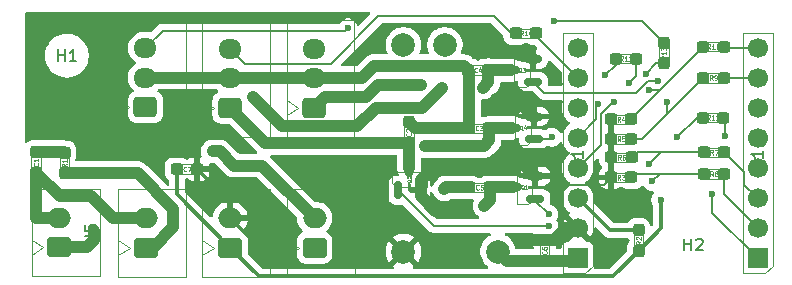
<source format=gbr>
%TF.GenerationSoftware,KiCad,Pcbnew,9.0.3*%
%TF.CreationDate,2025-09-10T20:52:41+09:00*%
%TF.ProjectId,mirror_Shooter_v2,6d697272-6f72-45f5-9368-6f6f7465725f,rev?*%
%TF.SameCoordinates,Original*%
%TF.FileFunction,Copper,L1,Top*%
%TF.FilePolarity,Positive*%
%FSLAX46Y46*%
G04 Gerber Fmt 4.6, Leading zero omitted, Abs format (unit mm)*
G04 Created by KiCad (PCBNEW 9.0.3) date 2025-09-10 20:52:41*
%MOMM*%
%LPD*%
G01*
G04 APERTURE LIST*
G04 Aperture macros list*
%AMRoundRect*
0 Rectangle with rounded corners*
0 $1 Rounding radius*
0 $2 $3 $4 $5 $6 $7 $8 $9 X,Y pos of 4 corners*
0 Add a 4 corners polygon primitive as box body*
4,1,4,$2,$3,$4,$5,$6,$7,$8,$9,$2,$3,0*
0 Add four circle primitives for the rounded corners*
1,1,$1+$1,$2,$3*
1,1,$1+$1,$4,$5*
1,1,$1+$1,$6,$7*
1,1,$1+$1,$8,$9*
0 Add four rect primitives between the rounded corners*
20,1,$1+$1,$2,$3,$4,$5,0*
20,1,$1+$1,$4,$5,$6,$7,0*
20,1,$1+$1,$6,$7,$8,$9,0*
20,1,$1+$1,$8,$9,$2,$3,0*%
G04 Aperture macros list end*
%TA.AperFunction,SMDPad,CuDef*%
%ADD10RoundRect,0.237500X0.300000X0.237500X-0.300000X0.237500X-0.300000X-0.237500X0.300000X-0.237500X0*%
%TD*%
%TA.AperFunction,SMDPad,CuDef*%
%ADD11RoundRect,0.237500X0.237500X-0.300000X0.237500X0.300000X-0.237500X0.300000X-0.237500X-0.300000X0*%
%TD*%
%TA.AperFunction,ComponentPad*%
%ADD12RoundRect,0.250000X0.750000X-0.600000X0.750000X0.600000X-0.750000X0.600000X-0.750000X-0.600000X0*%
%TD*%
%TA.AperFunction,ComponentPad*%
%ADD13O,2.000000X1.700000*%
%TD*%
%TA.AperFunction,ComponentPad*%
%ADD14C,1.700000*%
%TD*%
%TA.AperFunction,ComponentPad*%
%ADD15R,1.700000X1.700000*%
%TD*%
%TA.AperFunction,SMDPad,CuDef*%
%ADD16RoundRect,0.237500X-0.300000X-0.237500X0.300000X-0.237500X0.300000X0.237500X-0.300000X0.237500X0*%
%TD*%
%TA.AperFunction,SMDPad,CuDef*%
%ADD17RoundRect,0.237500X-0.237500X0.300000X-0.237500X-0.300000X0.237500X-0.300000X0.237500X0.300000X0*%
%TD*%
%TA.AperFunction,ComponentPad*%
%ADD18RoundRect,0.250000X0.725000X-0.600000X0.725000X0.600000X-0.725000X0.600000X-0.725000X-0.600000X0*%
%TD*%
%TA.AperFunction,ComponentPad*%
%ADD19O,1.950000X1.700000*%
%TD*%
%TA.AperFunction,SMDPad,CuDef*%
%ADD20RoundRect,0.150000X0.587500X0.150000X-0.587500X0.150000X-0.587500X-0.150000X0.587500X-0.150000X0*%
%TD*%
%TA.AperFunction,ComponentPad*%
%ADD21C,2.000000*%
%TD*%
%TA.AperFunction,SMDPad,CuDef*%
%ADD22RoundRect,0.150000X0.150000X-0.587500X0.150000X0.587500X-0.150000X0.587500X-0.150000X-0.587500X0*%
%TD*%
%TA.AperFunction,ViaPad*%
%ADD23C,0.600000*%
%TD*%
%TA.AperFunction,ViaPad*%
%ADD24C,1.000000*%
%TD*%
%TA.AperFunction,Conductor*%
%ADD25C,0.300000*%
%TD*%
%TA.AperFunction,Conductor*%
%ADD26C,0.200000*%
%TD*%
%TA.AperFunction,Conductor*%
%ADD27C,1.000000*%
%TD*%
%ADD28C,0.060000*%
%ADD29C,0.150000*%
%ADD30C,0.050000*%
%ADD31C,0.100000*%
G04 APERTURE END LIST*
D10*
%TO.P,R14,1*%
%TO.N,Net-(J10-Pin_7)*%
X203173500Y-100203000D03*
%TO.P,R14,2*%
%TO.N,/PWM1*%
X201448500Y-100203000D03*
%TD*%
D11*
%TO.P,R13,1*%
%TO.N,Net-(J10-Pin_5)*%
X213995000Y-102743000D03*
%TO.P,R13,2*%
%TO.N,/PWM2*%
X213995000Y-101018000D03*
%TD*%
D10*
%TO.P,R12,1*%
%TO.N,Net-(J10-Pin_4)*%
X211656000Y-102362000D03*
%TO.P,R12,2*%
%TO.N,/PWM3*%
X209931000Y-102362000D03*
%TD*%
D12*
%TO.P,J5,1,Pin_1*%
%TO.N,Net-(J4-Pin_1)*%
X162814000Y-118324000D03*
D13*
%TO.P,J5,2,Pin_2*%
%TO.N,Net-(J5-Pin_2)*%
X162814000Y-115824000D03*
%TD*%
D14*
%TO.P,J10,8,Pin_8*%
%TO.N,unconnected-(J10-Pin_8-Pad8)*%
X206700000Y-101460000D03*
%TO.P,J10,7,Pin_7*%
%TO.N,Net-(J10-Pin_7)*%
X206700000Y-104000000D03*
%TO.P,J10,6,Pin_6*%
%TO.N,unconnected-(J10-Pin_6-Pad6)*%
X206700000Y-106540000D03*
%TO.P,J10,5,Pin_5*%
%TO.N,Net-(J10-Pin_5)*%
X206700000Y-109080000D03*
%TO.P,J10,4,Pin_4*%
%TO.N,Net-(J10-Pin_4)*%
X206700000Y-111620000D03*
%TO.P,J10,3,Pin_3*%
%TO.N,3.3v*%
X206700000Y-114160000D03*
%TO.P,J10,2,Pin_2*%
%TO.N,GND*%
X206700000Y-116700000D03*
D15*
%TO.P,J10,1,Pin_1*%
%TO.N,+5V*%
X206700000Y-119240000D03*
%TD*%
D11*
%TO.P,R1,1*%
%TO.N,Net-(J4-Pin_2)*%
X163250000Y-112050000D03*
%TO.P,R1,2*%
%TO.N,Net-(C1-Pad2)*%
X163250000Y-110325000D03*
%TD*%
D16*
%TO.P,R4,1*%
%TO.N,GND*%
X209525000Y-107500000D03*
%TO.P,R4,2*%
%TO.N,Net-(Q4-G)*%
X211250000Y-107500000D03*
%TD*%
D10*
%TO.P,R7,1*%
%TO.N,/ON2*%
X219098200Y-110286800D03*
%TO.P,R7,2*%
%TO.N,Net-(Q1-G)*%
X217373200Y-110286800D03*
%TD*%
D11*
%TO.P,C6,1*%
%TO.N,+5V*%
X203900000Y-119462500D03*
%TO.P,C6,2*%
%TO.N,GND*%
X203900000Y-117737500D03*
%TD*%
D16*
%TO.P,R11,1*%
%TO.N,Net-(J6-Pin_1)*%
X217295000Y-107350000D03*
%TO.P,R11,2*%
%TO.N,/TACT*%
X219020000Y-107350000D03*
%TD*%
%TO.P,R3,1*%
%TO.N,GND*%
X209525000Y-112411000D03*
%TO.P,R3,2*%
%TO.N,Net-(Q2-G)*%
X211250000Y-112411000D03*
%TD*%
D17*
%TO.P,R2,1*%
%TO.N,3.3v*%
X211860000Y-116877500D03*
%TO.P,R2,2*%
%TO.N,Net-(J6-Pin_1)*%
X211860000Y-118602500D03*
%TD*%
D18*
%TO.P,J1,1,Pin_1*%
%TO.N,Net-(J1-Pin_1)*%
X184400000Y-106500000D03*
D19*
%TO.P,J1,2,Pin_2*%
%TO.N,+5V*%
X184400000Y-104000000D03*
%TO.P,J1,3,Pin_3*%
%TO.N,/PWM2*%
X184400000Y-101500000D03*
%TD*%
D18*
%TO.P,J3,1,Pin_1*%
%TO.N,Net-(J3-Pin_1)*%
X170100000Y-106450000D03*
D19*
%TO.P,J3,2,Pin_2*%
%TO.N,+5V*%
X170100000Y-103950000D03*
%TO.P,J3,3,Pin_3*%
%TO.N,/PWM3*%
X170100000Y-101450000D03*
%TD*%
D18*
%TO.P,J2,1,Pin_1*%
%TO.N,Net-(J2-Pin_1)*%
X177250000Y-106500000D03*
D19*
%TO.P,J2,2,Pin_2*%
%TO.N,+5V*%
X177250000Y-104000000D03*
%TO.P,J2,3,Pin_3*%
%TO.N,/PWM1*%
X177250000Y-101500000D03*
%TD*%
D20*
%TO.P,Q4,1,G*%
%TO.N,Net-(Q4-G)*%
X203000000Y-109150000D03*
%TO.P,Q4,2,S*%
%TO.N,GND*%
X203000000Y-107250000D03*
%TO.P,Q4,3,D*%
%TO.N,Net-(J8-Pin_1)*%
X201125000Y-108200000D03*
%TD*%
D21*
%TO.P,J9,1,Pin_1*%
%TO.N,+5V*%
X199950000Y-118680900D03*
%TO.P,J9,2,Pin_2*%
%TO.N,GND*%
X191950000Y-118680900D03*
%TD*%
D12*
%TO.P,J7,1,Pin_1*%
%TO.N,Net-(J4-Pin_2)*%
X170125000Y-118350000D03*
D13*
%TO.P,J7,2,Pin_2*%
%TO.N,Net-(J5-Pin_2)*%
X170125000Y-115850000D03*
%TD*%
D12*
%TO.P,J8,1,Pin_1*%
%TO.N,Net-(J8-Pin_1)*%
X184425000Y-118350000D03*
D13*
%TO.P,J8,2,Pin_2*%
%TO.N,+5V*%
X184425000Y-115850000D03*
%TD*%
D10*
%TO.P,R10,1*%
%TO.N,/ON4*%
X219049600Y-101346000D03*
%TO.P,R10,2*%
%TO.N,Net-(Q4-G)*%
X217324600Y-101346000D03*
%TD*%
D16*
%TO.P,R5,1*%
%TO.N,GND*%
X209525000Y-109151000D03*
%TO.P,R5,2*%
%TO.N,Net-(Q3-G)*%
X211250000Y-109151000D03*
%TD*%
D21*
%TO.P,J4,1,Pin_1*%
%TO.N,Net-(J4-Pin_1)*%
X191950000Y-101180900D03*
%TO.P,J4,2,Pin_2*%
%TO.N,Net-(J4-Pin_2)*%
X195450000Y-101180900D03*
%TD*%
D16*
%TO.P,C5,1*%
%TO.N,+5V*%
X197525000Y-113250000D03*
%TO.P,C5,2*%
%TO.N,Net-(J1-Pin_1)*%
X199250000Y-113250000D03*
%TD*%
D20*
%TO.P,Q1,1,G*%
%TO.N,Net-(Q1-G)*%
X203125000Y-114200000D03*
%TO.P,Q1,2,S*%
%TO.N,GND*%
X203125000Y-112300000D03*
%TO.P,Q1,3,D*%
%TO.N,Net-(J1-Pin_1)*%
X201250000Y-113250000D03*
%TD*%
D16*
%TO.P,C3,1*%
%TO.N,+5V*%
X197500000Y-108250000D03*
%TO.P,C3,2*%
%TO.N,Net-(J8-Pin_1)*%
X199225000Y-108250000D03*
%TD*%
D10*
%TO.P,R9,1*%
%TO.N,/ON3*%
X219049600Y-103987600D03*
%TO.P,R9,2*%
%TO.N,Net-(Q3-G)*%
X217324600Y-103987600D03*
%TD*%
D11*
%TO.P,C1,1*%
%TO.N,Net-(J5-Pin_2)*%
X160850000Y-112000000D03*
%TO.P,C1,2*%
%TO.N,Net-(C1-Pad2)*%
X160850000Y-110275000D03*
%TD*%
D12*
%TO.P,J6,1,Pin_1*%
%TO.N,Net-(J6-Pin_1)*%
X177275000Y-118350000D03*
D13*
%TO.P,J6,2,Pin_2*%
%TO.N,GND*%
X177275000Y-115850000D03*
%TD*%
D16*
%TO.P,R6,1*%
%TO.N,GND*%
X209548200Y-110709200D03*
%TO.P,R6,2*%
%TO.N,Net-(Q1-G)*%
X211273200Y-110709200D03*
%TD*%
D20*
%TO.P,Q3,1,G*%
%TO.N,Net-(Q3-G)*%
X202918300Y-104291300D03*
%TO.P,Q3,2,S*%
%TO.N,GND*%
X202918300Y-102391300D03*
%TO.P,Q3,3,D*%
%TO.N,Net-(J3-Pin_1)*%
X201043300Y-103341300D03*
%TD*%
D22*
%TO.P,Q2,1,G*%
%TO.N,Net-(Q2-G)*%
X191500000Y-113500000D03*
%TO.P,Q2,2,S*%
%TO.N,GND*%
X193400000Y-113500000D03*
%TO.P,Q2,3,D*%
%TO.N,Net-(J2-Pin_1)*%
X192450000Y-111625000D03*
%TD*%
D16*
%TO.P,C4,1*%
%TO.N,+5V*%
X197408800Y-103327200D03*
%TO.P,C4,2*%
%TO.N,Net-(J3-Pin_1)*%
X199133800Y-103327200D03*
%TD*%
D17*
%TO.P,C2,1*%
%TO.N,+5V*%
X192400000Y-107750000D03*
%TO.P,C2,2*%
%TO.N,Net-(J2-Pin_1)*%
X192400000Y-109475000D03*
%TD*%
D16*
%TO.P,C7,1*%
%TO.N,Net-(J6-Pin_1)*%
X172760000Y-111710000D03*
%TO.P,C7,2*%
%TO.N,GND*%
X174485000Y-111710000D03*
%TD*%
D15*
%TO.P,J11,1,Pin_1*%
%TO.N,/TACT*%
X221950000Y-119240000D03*
D14*
%TO.P,J11,2,Pin_2*%
%TO.N,/ON1*%
X221950000Y-116700000D03*
%TO.P,J11,3,Pin_3*%
%TO.N,/ON2*%
X221950000Y-114160000D03*
%TO.P,J11,4,Pin_4*%
%TO.N,unconnected-(J11-Pin_4-Pad4)*%
X221950000Y-111620000D03*
%TO.P,J11,5,Pin_5*%
%TO.N,unconnected-(J11-Pin_5-Pad5)*%
X221950000Y-109080000D03*
%TO.P,J11,6,Pin_6*%
%TO.N,unconnected-(J11-Pin_6-Pad6)*%
X221950000Y-106540000D03*
%TO.P,J11,7,Pin_7*%
%TO.N,/ON3*%
X221950000Y-104000000D03*
%TO.P,J11,8,Pin_8*%
%TO.N,/ON4*%
X221950000Y-101460000D03*
%TD*%
D10*
%TO.P,R8,1*%
%TO.N,/ON1*%
X219098200Y-112115600D03*
%TO.P,R8,2*%
%TO.N,Net-(Q2-G)*%
X217373200Y-112115600D03*
%TD*%
D23*
%TO.N,/PWM2*%
X204724000Y-99187000D03*
%TO.N,Net-(J10-Pin_4)*%
X211074000Y-104394000D03*
X209804000Y-106045000D03*
%TO.N,/PWM3*%
X209042000Y-103759000D03*
%TO.N,+5V*%
X195400000Y-113400000D03*
X175800000Y-110200000D03*
D24*
%TO.N,Net-(J4-Pin_1)*%
X165750000Y-116950000D03*
D23*
%TO.N,GND*%
X200250000Y-101750000D03*
X196750000Y-115250000D03*
X202150000Y-117950000D03*
X199750000Y-105750000D03*
X200000000Y-111250000D03*
%TO.N,/PWM3*%
X187250000Y-99750000D03*
%TO.N,/TACT*%
X219180000Y-108940000D03*
X218100000Y-113780000D03*
%TO.N,Net-(Q1-G)*%
X204250000Y-115500000D03*
X212750000Y-111250000D03*
%TO.N,Net-(Q2-G)*%
X204250000Y-116500000D03*
X213000000Y-112750000D03*
%TO.N,Net-(Q3-G)*%
X214250000Y-106000000D03*
X213500000Y-104250000D03*
%TO.N,Net-(J8-Pin_1)*%
X193800000Y-109750000D03*
%TO.N,Net-(J3-Pin_1)*%
X179200000Y-105600000D03*
X198701000Y-104800000D03*
X195200000Y-104800000D03*
%TO.N,Net-(J1-Pin_1)*%
X198800000Y-114800000D03*
X193400000Y-104600000D03*
%TO.N,Net-(Q4-G)*%
X212750000Y-105000000D03*
X204500000Y-109000000D03*
%TO.N,Net-(J6-Pin_1)*%
X215090000Y-109020000D03*
X213730000Y-114300000D03*
%TO.N,Net-(J10-Pin_5)*%
X212471000Y-103632000D03*
X208407000Y-106172000D03*
%TD*%
D25*
%TO.N,Net-(J6-Pin_1)*%
X172760000Y-113835000D02*
X172760000Y-111710000D01*
X177275000Y-118350000D02*
X172760000Y-113835000D01*
D26*
%TO.N,/PWM2*%
X212164000Y-99187000D02*
X204724000Y-99187000D01*
X213995000Y-101018000D02*
X212164000Y-99187000D01*
%TO.N,Net-(J10-Pin_5)*%
X208285500Y-107494500D02*
X206700000Y-109080000D01*
X208407000Y-106172000D02*
X208285500Y-106293500D01*
X208285500Y-106293500D02*
X208285500Y-107494500D01*
%TO.N,Net-(J10-Pin_4)*%
X211656000Y-103812000D02*
X211656000Y-102362000D01*
X209674366Y-106045000D02*
X209804000Y-106045000D01*
X211074000Y-104394000D02*
X211656000Y-103812000D01*
X208686500Y-109633500D02*
X208686500Y-107032866D01*
X208686500Y-107032866D02*
X209674366Y-106045000D01*
X206700000Y-111620000D02*
X208686500Y-109633500D01*
%TO.N,/PWM3*%
X209931000Y-102870000D02*
X209042000Y-103759000D01*
X209931000Y-102362000D02*
X209931000Y-102870000D01*
%TO.N,/PWM1*%
X201077000Y-100203000D02*
X199644000Y-98770000D01*
X201448500Y-100203000D02*
X201077000Y-100203000D01*
X199644000Y-98770000D02*
X189830000Y-98770000D01*
%TO.N,Net-(J10-Pin_7)*%
X203173500Y-100473500D02*
X206700000Y-104000000D01*
X203173500Y-100203000D02*
X203173500Y-100473500D01*
%TO.N,Net-(Q3-G)*%
X211650057Y-105250000D02*
X212650057Y-104250000D01*
X203877000Y-105250000D02*
X211650057Y-105250000D01*
X212650057Y-104250000D02*
X213500000Y-104250000D01*
X202918300Y-104291300D02*
X203877000Y-105250000D01*
D27*
%TO.N,Net-(J4-Pin_1)*%
X165750000Y-117700000D02*
X165750000Y-116950000D01*
X165126000Y-118324000D02*
X165750000Y-117700000D01*
X162814000Y-118324000D02*
X165126000Y-118324000D01*
%TO.N,Net-(J5-Pin_2)*%
X162788000Y-115850000D02*
X162814000Y-115824000D01*
X160850000Y-115850000D02*
X162788000Y-115850000D01*
%TO.N,Net-(J4-Pin_2)*%
X172466000Y-115062000D02*
X169454000Y-112050000D01*
X170702000Y-118350000D02*
X172466000Y-116586000D01*
X170125000Y-118350000D02*
X170702000Y-118350000D01*
X172466000Y-116586000D02*
X172466000Y-115062000D01*
X169454000Y-112050000D02*
X163250000Y-112050000D01*
%TO.N,+5V*%
X197500000Y-108250000D02*
X197500000Y-103418400D01*
X177600000Y-111400000D02*
X179975000Y-111400000D01*
X189423794Y-103000000D02*
X188423794Y-104000000D01*
X192900000Y-108250000D02*
X192400000Y-107750000D01*
X170100000Y-103950000D02*
X177200000Y-103950000D01*
X179975000Y-111400000D02*
X184425000Y-115850000D01*
X175800000Y-110200000D02*
X176400000Y-110200000D01*
X195550000Y-113250000D02*
X195400000Y-113400000D01*
X188423794Y-104000000D02*
X184400000Y-104000000D01*
X176400000Y-110200000D02*
X177600000Y-111400000D01*
X206477500Y-119462500D02*
X206700000Y-119240000D01*
X197081600Y-103000000D02*
X189423794Y-103000000D01*
X203900000Y-119462500D02*
X200731600Y-119462500D01*
X197500000Y-103418400D02*
X197408800Y-103327200D01*
X203900000Y-119462500D02*
X206477500Y-119462500D01*
X197500000Y-108250000D02*
X192900000Y-108250000D01*
X197408800Y-103327200D02*
X197081600Y-103000000D01*
X197525000Y-113250000D02*
X195550000Y-113250000D01*
X200731600Y-119462500D02*
X199950000Y-118680900D01*
X177250000Y-104000000D02*
X184400000Y-104000000D01*
D26*
%TO.N,GND*%
X209548200Y-110709200D02*
X209548200Y-109174200D01*
D25*
X177275000Y-115850000D02*
X177275000Y-114500000D01*
D27*
X203948500Y-117689000D02*
X204711000Y-117689000D01*
X194650000Y-115250000D02*
X196750000Y-115250000D01*
X200000000Y-111250000D02*
X202075000Y-111250000D01*
X193400000Y-114000000D02*
X194650000Y-115250000D01*
X193400000Y-112600000D02*
X193400000Y-113500000D01*
X202362500Y-117737500D02*
X202150000Y-117950000D01*
X199750000Y-105750000D02*
X201500000Y-105750000D01*
D25*
X181385000Y-119960000D02*
X190670900Y-119960000D01*
D27*
X203900000Y-117737500D02*
X202362500Y-117737500D01*
X201500000Y-105750000D02*
X203000000Y-107250000D01*
X193400000Y-113500000D02*
X193400000Y-114000000D01*
D26*
X205430000Y-113530000D02*
X205430000Y-115430000D01*
X205951000Y-113009000D02*
X205430000Y-113530000D01*
D25*
X177275000Y-114500000D02*
X174485000Y-111710000D01*
D26*
X208927000Y-113009000D02*
X205951000Y-113009000D01*
D25*
X190670900Y-119960000D02*
X191950000Y-118680900D01*
D26*
X209525000Y-112411000D02*
X208927000Y-113009000D01*
X209548200Y-112387800D02*
X209525000Y-112411000D01*
D27*
X194750000Y-111250000D02*
X193400000Y-112600000D01*
X203900000Y-117737500D02*
X203948500Y-117689000D01*
D26*
X209548200Y-110709200D02*
X209548200Y-112387800D01*
D27*
X204711000Y-117689000D02*
X205700000Y-116700000D01*
D25*
X177275000Y-115850000D02*
X181385000Y-119960000D01*
D26*
X209548200Y-109174200D02*
X209525000Y-109151000D01*
X205430000Y-115430000D02*
X206700000Y-116700000D01*
D27*
X205700000Y-116700000D02*
X206700000Y-116700000D01*
X200000000Y-111250000D02*
X194750000Y-111250000D01*
D26*
X209525000Y-107500000D02*
X209525000Y-109151000D01*
D27*
X202075000Y-111250000D02*
X203125000Y-112300000D01*
D26*
%TO.N,/PWM3*%
X187000000Y-100000000D02*
X171550000Y-100000000D01*
X187250000Y-99750000D02*
X187000000Y-100000000D01*
X171550000Y-100000000D02*
X170100000Y-101450000D01*
%TO.N,/TACT*%
X221950000Y-119240000D02*
X218100000Y-115390000D01*
X219180000Y-107510000D02*
X219020000Y-107350000D01*
X219180000Y-108940000D02*
X219180000Y-107510000D01*
X218100000Y-115390000D02*
X218100000Y-113780000D01*
%TO.N,/PWM1*%
X178540374Y-102790374D02*
X177250000Y-101500000D01*
X185809626Y-102790374D02*
X178540374Y-102790374D01*
X189830000Y-98770000D02*
X185809626Y-102790374D01*
%TO.N,/ON3*%
X221950000Y-104000000D02*
X219062000Y-104000000D01*
X219062000Y-104000000D02*
X219049600Y-103987600D01*
%TO.N,/ON1*%
X221950000Y-116700000D02*
X219098200Y-113848200D01*
X219098200Y-113848200D02*
X219098200Y-112115600D01*
%TO.N,/ON4*%
X221950000Y-101460000D02*
X219163600Y-101460000D01*
X219163600Y-101460000D02*
X219049600Y-101346000D01*
%TO.N,/ON2*%
X221950000Y-114160000D02*
X220799000Y-113009000D01*
X220799000Y-111987600D02*
X219098200Y-110286800D01*
X220799000Y-113009000D02*
X220799000Y-111987600D01*
D25*
%TO.N,3.3v*%
X209417500Y-116877500D02*
X211860000Y-116877500D01*
X206700000Y-114160000D02*
X209417500Y-116877500D01*
D26*
%TO.N,Net-(Q1-G)*%
X214000000Y-110286800D02*
X211695600Y-110286800D01*
X212750000Y-111250000D02*
X213713200Y-110286800D01*
X213713200Y-110286800D02*
X214000000Y-110286800D01*
X203125000Y-114200000D02*
X203125000Y-114375000D01*
X211695600Y-110286800D02*
X211273200Y-110709200D01*
X203125000Y-114375000D02*
X204250000Y-115500000D01*
X217373200Y-110286800D02*
X214000000Y-110286800D01*
%TO.N,Net-(Q2-G)*%
X214500000Y-112115600D02*
X211545400Y-112115600D01*
X211545400Y-112115600D02*
X211250000Y-112411000D01*
X213634400Y-112115600D02*
X214500000Y-112115600D01*
X194500000Y-116500000D02*
X191500000Y-113500000D01*
X217373200Y-112115600D02*
X214500000Y-112115600D01*
X204250000Y-116500000D02*
X194500000Y-116500000D01*
X213000000Y-112750000D02*
X213634400Y-112115600D01*
%TO.N,Net-(Q3-G)*%
X211250000Y-109151000D02*
X212161200Y-109151000D01*
X212161200Y-109151000D02*
X214156100Y-107156100D01*
X214250000Y-106000000D02*
X214250000Y-107062200D01*
X214250000Y-107062200D02*
X214156100Y-107156100D01*
X214156100Y-107156100D02*
X217324600Y-103987600D01*
D27*
%TO.N,Net-(J5-Pin_2)*%
X170125000Y-115850000D02*
X167350000Y-115850000D01*
X167350000Y-115850000D02*
X165500000Y-114000000D01*
X160850000Y-115850000D02*
X160850000Y-112000000D01*
X165500000Y-114000000D02*
X162850000Y-114000000D01*
X162850000Y-114000000D02*
X160850000Y-112000000D01*
%TO.N,Net-(J2-Pin_1)*%
X180225000Y-109475000D02*
X192400000Y-109475000D01*
X192400000Y-111575000D02*
X192450000Y-111625000D01*
X177250000Y-106500000D02*
X180225000Y-109475000D01*
X192400000Y-109475000D02*
X192400000Y-111575000D01*
%TO.N,Net-(J8-Pin_1)*%
X198750000Y-109750000D02*
X199225000Y-109275000D01*
X201125000Y-108200000D02*
X199275000Y-108200000D01*
X199275000Y-108200000D02*
X199225000Y-108250000D01*
X199225000Y-109275000D02*
X199225000Y-108250000D01*
X193800000Y-109750000D02*
X198750000Y-109750000D01*
%TO.N,Net-(J3-Pin_1)*%
X199147900Y-103341300D02*
X199133800Y-103327200D01*
X193488500Y-106511500D02*
X189586970Y-106511500D01*
X188047470Y-108051000D02*
X181651000Y-108051000D01*
X199133800Y-104367200D02*
X198701000Y-104800000D01*
X195200000Y-104800000D02*
X193488500Y-106511500D01*
X199133800Y-103327200D02*
X199133800Y-104367200D01*
X201043300Y-103341300D02*
X199147900Y-103341300D01*
X189586970Y-106511500D02*
X188047470Y-108051000D01*
X181651000Y-108051000D02*
X179200000Y-105600000D01*
%TO.N,Net-(J1-Pin_1)*%
X199250000Y-113250000D02*
X199250000Y-114350000D01*
X193400000Y-104600000D02*
X189800000Y-104600000D01*
X185300000Y-105600000D02*
X184400000Y-106500000D01*
X188800000Y-105600000D02*
X185300000Y-105600000D01*
X201250000Y-113250000D02*
X199250000Y-113250000D01*
X199250000Y-114350000D02*
X198800000Y-114800000D01*
X189800000Y-104600000D02*
X188800000Y-105600000D01*
D26*
%TO.N,Net-(Q4-G)*%
X213960300Y-104710300D02*
X217324600Y-101346000D01*
X204350000Y-109150000D02*
X204500000Y-109000000D01*
X211250000Y-107500000D02*
X211250000Y-107420600D01*
X211250000Y-107420600D02*
X213960300Y-104710300D01*
X212750000Y-105000000D02*
X213670600Y-105000000D01*
X203000000Y-109150000D02*
X204350000Y-109150000D01*
X213670600Y-105000000D02*
X213960300Y-104710300D01*
D27*
%TO.N,Net-(C1-Pad2)*%
X163200000Y-110275000D02*
X163250000Y-110325000D01*
X160850000Y-110275000D02*
X163200000Y-110275000D01*
D25*
%TO.N,Net-(J6-Pin_1)*%
X209672500Y-120790000D02*
X179715000Y-120790000D01*
D26*
X217295000Y-107350000D02*
X216760000Y-107350000D01*
X216760000Y-107350000D02*
X215090000Y-109020000D01*
D25*
X213730000Y-116732500D02*
X213730000Y-114300000D01*
X211860000Y-118602500D02*
X209672500Y-120790000D01*
X179715000Y-120790000D02*
X177275000Y-118350000D01*
X211860000Y-118602500D02*
X213730000Y-116732500D01*
D26*
%TO.N,Net-(J10-Pin_5)*%
X213995000Y-102743000D02*
X213360000Y-102743000D01*
X213360000Y-102743000D02*
X212471000Y-103632000D01*
D27*
%TO.N,GND*%
X202277000Y-101750000D02*
X200250000Y-101750000D01*
X202918300Y-102391300D02*
X202277000Y-101750000D01*
%TD*%
%TA.AperFunction,Conductor*%
%TO.N,GND*%
G36*
X189100942Y-98437185D02*
G01*
X189146697Y-98489989D01*
X189156641Y-98559147D01*
X189127616Y-98622703D01*
X189121584Y-98629181D01*
X188213794Y-99536970D01*
X188152471Y-99570455D01*
X188082779Y-99565471D01*
X188026846Y-99523599D01*
X188011552Y-99496741D01*
X187959397Y-99370827D01*
X187959390Y-99370814D01*
X187871789Y-99239711D01*
X187871786Y-99239707D01*
X187760292Y-99128213D01*
X187760288Y-99128210D01*
X187629185Y-99040609D01*
X187629172Y-99040602D01*
X187483501Y-98980264D01*
X187483489Y-98980261D01*
X187328845Y-98949500D01*
X187328842Y-98949500D01*
X187171158Y-98949500D01*
X187171155Y-98949500D01*
X187016510Y-98980261D01*
X187016498Y-98980264D01*
X186870827Y-99040602D01*
X186870814Y-99040609D01*
X186739711Y-99128210D01*
X186739707Y-99128213D01*
X186628210Y-99239710D01*
X186558266Y-99344391D01*
X186504654Y-99389196D01*
X186455164Y-99399500D01*
X171636670Y-99399500D01*
X171636654Y-99399499D01*
X171629058Y-99399499D01*
X171470943Y-99399499D01*
X171394579Y-99419961D01*
X171318214Y-99440423D01*
X171318209Y-99440426D01*
X171181290Y-99519475D01*
X171181282Y-99519481D01*
X170609025Y-100091738D01*
X170547702Y-100125223D01*
X170501946Y-100126530D01*
X170331287Y-100099500D01*
X169868713Y-100099500D01*
X169820042Y-100107208D01*
X169658760Y-100132753D01*
X169456585Y-100198444D01*
X169267179Y-100294951D01*
X169095213Y-100419890D01*
X168944890Y-100570213D01*
X168819951Y-100742179D01*
X168723444Y-100931585D01*
X168723443Y-100931587D01*
X168723443Y-100931588D01*
X168714781Y-100958247D01*
X168657753Y-101133760D01*
X168644915Y-101214818D01*
X168624500Y-101343713D01*
X168624500Y-101556287D01*
X168628910Y-101584130D01*
X168656273Y-101756896D01*
X168657754Y-101766243D01*
X168723092Y-101967333D01*
X168723444Y-101968414D01*
X168819951Y-102157820D01*
X168944890Y-102329786D01*
X169095209Y-102480105D01*
X169095214Y-102480109D01*
X169259793Y-102599682D01*
X169302459Y-102655011D01*
X169308438Y-102724625D01*
X169275833Y-102786420D01*
X169259793Y-102800318D01*
X169095214Y-102919890D01*
X169095209Y-102919894D01*
X168944890Y-103070213D01*
X168819951Y-103242179D01*
X168723444Y-103431585D01*
X168657753Y-103633760D01*
X168635595Y-103773660D01*
X168624500Y-103843713D01*
X168624500Y-104056287D01*
X168626623Y-104069692D01*
X168654858Y-104247963D01*
X168657754Y-104266243D01*
X168723437Y-104468394D01*
X168723444Y-104468414D01*
X168819951Y-104657820D01*
X168944890Y-104829786D01*
X169083705Y-104968601D01*
X169117190Y-105029924D01*
X169112206Y-105099616D01*
X169070334Y-105155549D01*
X169061121Y-105161821D01*
X168906342Y-105257289D01*
X168782289Y-105381342D01*
X168690187Y-105530663D01*
X168690185Y-105530668D01*
X168673617Y-105580668D01*
X168635001Y-105697203D01*
X168635001Y-105697204D01*
X168635000Y-105697204D01*
X168624500Y-105799983D01*
X168624500Y-107100001D01*
X168624501Y-107100018D01*
X168635000Y-107202796D01*
X168635001Y-107202799D01*
X168690185Y-107369331D01*
X168690187Y-107369336D01*
X168696651Y-107379815D01*
X168782288Y-107518656D01*
X168906344Y-107642712D01*
X169055666Y-107734814D01*
X169222203Y-107789999D01*
X169324991Y-107800500D01*
X170875008Y-107800499D01*
X170977797Y-107789999D01*
X171144334Y-107734814D01*
X171293656Y-107642712D01*
X171417712Y-107518656D01*
X171509814Y-107369334D01*
X171564999Y-107202797D01*
X171575500Y-107100009D01*
X171575499Y-105799992D01*
X171564999Y-105697203D01*
X171509814Y-105530666D01*
X171417712Y-105381344D01*
X171293656Y-105257288D01*
X171168413Y-105180038D01*
X171121690Y-105128091D01*
X171110467Y-105059129D01*
X171138311Y-104995046D01*
X171196379Y-104956190D01*
X171233511Y-104950500D01*
X176114242Y-104950500D01*
X176143682Y-104959144D01*
X176173669Y-104965668D01*
X176178684Y-104969422D01*
X176181281Y-104970185D01*
X176201923Y-104986819D01*
X176233705Y-105018601D01*
X176267190Y-105079924D01*
X176262206Y-105149616D01*
X176220334Y-105205549D01*
X176211121Y-105211821D01*
X176056342Y-105307289D01*
X175932289Y-105431342D01*
X175840187Y-105580663D01*
X175840186Y-105580666D01*
X175785001Y-105747203D01*
X175785001Y-105747204D01*
X175785000Y-105747204D01*
X175774500Y-105849983D01*
X175774500Y-107150001D01*
X175774501Y-107150018D01*
X175785000Y-107252796D01*
X175785001Y-107252799D01*
X175840185Y-107419331D01*
X175840187Y-107419336D01*
X175858025Y-107448256D01*
X175932288Y-107568656D01*
X176056344Y-107692712D01*
X176205666Y-107784814D01*
X176372203Y-107839999D01*
X176474991Y-107850500D01*
X177134217Y-107850499D01*
X177201256Y-107870183D01*
X177221897Y-107886817D01*
X179447860Y-110112781D01*
X179447861Y-110112782D01*
X179492763Y-110157684D01*
X179522898Y-110187819D01*
X179556382Y-110249143D01*
X179551397Y-110318834D01*
X179509526Y-110374768D01*
X179444061Y-110399184D01*
X179435216Y-110399500D01*
X178065783Y-110399500D01*
X177998744Y-110379815D01*
X177978102Y-110363181D01*
X177184209Y-109569289D01*
X177184206Y-109569285D01*
X177184206Y-109569286D01*
X177177139Y-109562219D01*
X177177139Y-109562218D01*
X177037782Y-109422861D01*
X177037781Y-109422860D01*
X177037780Y-109422859D01*
X176873920Y-109313371D01*
X176873911Y-109313366D01*
X176777580Y-109273465D01*
X176745165Y-109260038D01*
X176691836Y-109237949D01*
X176691832Y-109237948D01*
X176691828Y-109237946D01*
X176595188Y-109218724D01*
X176498544Y-109199500D01*
X176498541Y-109199500D01*
X175701459Y-109199500D01*
X175701457Y-109199500D01*
X175508170Y-109237947D01*
X175508160Y-109237950D01*
X175326092Y-109313364D01*
X175326079Y-109313371D01*
X175162218Y-109422860D01*
X175162214Y-109422863D01*
X175022863Y-109562214D01*
X175022860Y-109562218D01*
X174913371Y-109726079D01*
X174913364Y-109726092D01*
X174837950Y-109908160D01*
X174837947Y-109908170D01*
X174799500Y-110101456D01*
X174799500Y-110101459D01*
X174799500Y-110298541D01*
X174799500Y-110298543D01*
X174799499Y-110298543D01*
X174837947Y-110491829D01*
X174837950Y-110491839D01*
X174867653Y-110563548D01*
X174875122Y-110633017D01*
X174843847Y-110695496D01*
X174783758Y-110731148D01*
X174753092Y-110735000D01*
X174735000Y-110735000D01*
X174735000Y-111460000D01*
X175522499Y-111460000D01*
X175522499Y-111423360D01*
X175522498Y-111423345D01*
X175512605Y-111326503D01*
X175525375Y-111257810D01*
X175573255Y-111206926D01*
X175641045Y-111190005D01*
X175660153Y-111192283D01*
X175682303Y-111196689D01*
X175701458Y-111200500D01*
X175701459Y-111200500D01*
X175934218Y-111200500D01*
X176001257Y-111220185D01*
X176021898Y-111236818D01*
X176822860Y-112037781D01*
X176822861Y-112037782D01*
X176909402Y-112124323D01*
X176962219Y-112177140D01*
X177093563Y-112264901D01*
X177126086Y-112286632D01*
X177126088Y-112286633D01*
X177126092Y-112286635D01*
X177168139Y-112304051D01*
X177243657Y-112335331D01*
X177308164Y-112362051D01*
X177352254Y-112370821D01*
X177438152Y-112387907D01*
X177501456Y-112400500D01*
X177501459Y-112400500D01*
X177501460Y-112400500D01*
X177698540Y-112400500D01*
X179509218Y-112400500D01*
X179576257Y-112420185D01*
X179596899Y-112436819D01*
X182888181Y-115728101D01*
X182921666Y-115789424D01*
X182924500Y-115815782D01*
X182924500Y-115956287D01*
X182929515Y-115987949D01*
X182941460Y-116063371D01*
X182957754Y-116166243D01*
X183008090Y-116321162D01*
X183023444Y-116368414D01*
X183119951Y-116557820D01*
X183244890Y-116729786D01*
X183383705Y-116868601D01*
X183417190Y-116929924D01*
X183412206Y-116999616D01*
X183370334Y-117055549D01*
X183361121Y-117061821D01*
X183206342Y-117157289D01*
X183082289Y-117281342D01*
X182990187Y-117430663D01*
X182990185Y-117430668D01*
X182966216Y-117503002D01*
X182935001Y-117597203D01*
X182935001Y-117597204D01*
X182935000Y-117597204D01*
X182924500Y-117699983D01*
X182924500Y-119000001D01*
X182924501Y-119000018D01*
X182935000Y-119102796D01*
X182935001Y-119102799D01*
X182970734Y-119210632D01*
X182990186Y-119269334D01*
X183082288Y-119418656D01*
X183206344Y-119542712D01*
X183355666Y-119634814D01*
X183522203Y-119689999D01*
X183624991Y-119700500D01*
X185225008Y-119700499D01*
X185327797Y-119689999D01*
X185494334Y-119634814D01*
X185643656Y-119542712D01*
X185767712Y-119418656D01*
X185859814Y-119269334D01*
X185914999Y-119102797D01*
X185925500Y-119000009D01*
X185925499Y-118345428D01*
X185925499Y-117699998D01*
X185925498Y-117699981D01*
X185914999Y-117597203D01*
X185914998Y-117597200D01*
X185897536Y-117544503D01*
X185868950Y-117458238D01*
X185859814Y-117430666D01*
X185767712Y-117281344D01*
X185643656Y-117157288D01*
X185494334Y-117065186D01*
X185494333Y-117065185D01*
X185488878Y-117061821D01*
X185442154Y-117009873D01*
X185430931Y-116940910D01*
X185458775Y-116876828D01*
X185466272Y-116868623D01*
X185605104Y-116729792D01*
X185730051Y-116557816D01*
X185826557Y-116368412D01*
X185892246Y-116166243D01*
X185925500Y-115956287D01*
X185925500Y-115743713D01*
X185892246Y-115533757D01*
X185826557Y-115331588D01*
X185730051Y-115142184D01*
X185730049Y-115142181D01*
X185730048Y-115142179D01*
X185605109Y-114970213D01*
X185454786Y-114819890D01*
X185282820Y-114694951D01*
X185093414Y-114598444D01*
X185093413Y-114598443D01*
X185093412Y-114598443D01*
X184891243Y-114532754D01*
X184891241Y-114532753D01*
X184891240Y-114532753D01*
X184718437Y-114505384D01*
X184681287Y-114499500D01*
X184681286Y-114499500D01*
X184540783Y-114499500D01*
X184473744Y-114479815D01*
X184453102Y-114463181D01*
X180759209Y-110769289D01*
X180759206Y-110769286D01*
X180752139Y-110762219D01*
X180752139Y-110762218D01*
X180677102Y-110687181D01*
X180660061Y-110655972D01*
X180643617Y-110625857D01*
X180646436Y-110586451D01*
X180648602Y-110556166D01*
X180690474Y-110500232D01*
X180755939Y-110475816D01*
X180764784Y-110475500D01*
X191275500Y-110475500D01*
X191342539Y-110495185D01*
X191388294Y-110547989D01*
X191399500Y-110599500D01*
X191399500Y-111673539D01*
X191401247Y-111682325D01*
X191401249Y-111682337D01*
X191401720Y-111684700D01*
X191437949Y-111866836D01*
X191452291Y-111901460D01*
X191456022Y-111910468D01*
X191456024Y-111910475D01*
X191513364Y-112048907D01*
X191513370Y-112048918D01*
X191526862Y-112069110D01*
X191547739Y-112135787D01*
X191529254Y-112203167D01*
X191477275Y-112249857D01*
X191423759Y-112262000D01*
X191284298Y-112262000D01*
X191247432Y-112264901D01*
X191247426Y-112264902D01*
X191089606Y-112310754D01*
X191089603Y-112310755D01*
X190948137Y-112394417D01*
X190948129Y-112394423D01*
X190831923Y-112510629D01*
X190831917Y-112510637D01*
X190748255Y-112652103D01*
X190748254Y-112652106D01*
X190702402Y-112809926D01*
X190702401Y-112809932D01*
X190699500Y-112846798D01*
X190699500Y-114153201D01*
X190702401Y-114190067D01*
X190702402Y-114190073D01*
X190748254Y-114347893D01*
X190748255Y-114347896D01*
X190748256Y-114347898D01*
X190756626Y-114362051D01*
X190831917Y-114489362D01*
X190831923Y-114489370D01*
X190948129Y-114605576D01*
X190948133Y-114605579D01*
X190948135Y-114605581D01*
X191089602Y-114689244D01*
X191110719Y-114695379D01*
X191247426Y-114735097D01*
X191247429Y-114735097D01*
X191247431Y-114735098D01*
X191284306Y-114738000D01*
X191284314Y-114738000D01*
X191715686Y-114738000D01*
X191715694Y-114738000D01*
X191752569Y-114735098D01*
X191785432Y-114725550D01*
X191855298Y-114725747D01*
X191907708Y-114756943D01*
X194131284Y-116980520D01*
X194131286Y-116980521D01*
X194131290Y-116980524D01*
X194227069Y-117035821D01*
X194268216Y-117059577D01*
X194420943Y-117100501D01*
X194420945Y-117100501D01*
X194586654Y-117100501D01*
X194586670Y-117100500D01*
X199230076Y-117100500D01*
X199297115Y-117120185D01*
X199342870Y-117172989D01*
X199352814Y-117242147D01*
X199323789Y-117305703D01*
X199286371Y-117334985D01*
X199163566Y-117397557D01*
X199054550Y-117476762D01*
X198972490Y-117536383D01*
X198972488Y-117536385D01*
X198972487Y-117536385D01*
X198805485Y-117703387D01*
X198805485Y-117703388D01*
X198805483Y-117703390D01*
X198790704Y-117723732D01*
X198666657Y-117894466D01*
X198559433Y-118104903D01*
X198486446Y-118329531D01*
X198449500Y-118562802D01*
X198449500Y-118798997D01*
X198486446Y-119032268D01*
X198559433Y-119256896D01*
X198641855Y-119418656D01*
X198666657Y-119467333D01*
X198805483Y-119658410D01*
X198972490Y-119825417D01*
X199080042Y-119903558D01*
X199096041Y-119915182D01*
X199138706Y-119970512D01*
X199144685Y-120040126D01*
X199112079Y-120101921D01*
X199051240Y-120136278D01*
X199023155Y-120139500D01*
X192875993Y-120139500D01*
X192808954Y-120119815D01*
X192763199Y-120067011D01*
X192753255Y-119997853D01*
X192782280Y-119934297D01*
X192803107Y-119915182D01*
X192819104Y-119903558D01*
X192819105Y-119903558D01*
X192161058Y-119245512D01*
X192181591Y-119240011D01*
X192318408Y-119161019D01*
X192430119Y-119049308D01*
X192509111Y-118912491D01*
X192514612Y-118891959D01*
X193172658Y-119550005D01*
X193172658Y-119550004D01*
X193232914Y-119467069D01*
X193232918Y-119467063D01*
X193340102Y-119256702D01*
X193413065Y-119032147D01*
X193450000Y-118798952D01*
X193450000Y-118562847D01*
X193413065Y-118329652D01*
X193340102Y-118105097D01*
X193232914Y-117894728D01*
X193172658Y-117811794D01*
X193172658Y-117811793D01*
X192514612Y-118469840D01*
X192509111Y-118449309D01*
X192430119Y-118312492D01*
X192318408Y-118200781D01*
X192181591Y-118121789D01*
X192161059Y-118116287D01*
X192819105Y-117458240D01*
X192819104Y-117458238D01*
X192736174Y-117397987D01*
X192525802Y-117290797D01*
X192301247Y-117217834D01*
X192301248Y-117217834D01*
X192068052Y-117180900D01*
X191831948Y-117180900D01*
X191598752Y-117217834D01*
X191374197Y-117290797D01*
X191163830Y-117397984D01*
X191080894Y-117458240D01*
X191738941Y-118116287D01*
X191718409Y-118121789D01*
X191581592Y-118200781D01*
X191469881Y-118312492D01*
X191390889Y-118449309D01*
X191385387Y-118469841D01*
X190727340Y-117811794D01*
X190667084Y-117894730D01*
X190559897Y-118105097D01*
X190486934Y-118329652D01*
X190450000Y-118562847D01*
X190450000Y-118798952D01*
X190486934Y-119032147D01*
X190559897Y-119256702D01*
X190667087Y-119467074D01*
X190727338Y-119550004D01*
X190727340Y-119550005D01*
X191385387Y-118891958D01*
X191390889Y-118912491D01*
X191469881Y-119049308D01*
X191581592Y-119161019D01*
X191718409Y-119240011D01*
X191738940Y-119245512D01*
X191080893Y-119903558D01*
X191096892Y-119915182D01*
X191139557Y-119970512D01*
X191145536Y-120040126D01*
X191112930Y-120101921D01*
X191052091Y-120136278D01*
X191024006Y-120139500D01*
X180035808Y-120139500D01*
X179968769Y-120119815D01*
X179948127Y-120103181D01*
X178811818Y-118966872D01*
X178778333Y-118905549D01*
X178775499Y-118879191D01*
X178775499Y-117699998D01*
X178775498Y-117699981D01*
X178764999Y-117597203D01*
X178764998Y-117597200D01*
X178709814Y-117430666D01*
X178617712Y-117281344D01*
X178493656Y-117157288D01*
X178344334Y-117065186D01*
X178344332Y-117065185D01*
X178338440Y-117061551D01*
X178291716Y-117009603D01*
X178280493Y-116940641D01*
X178308337Y-116876558D01*
X178315856Y-116868330D01*
X178454728Y-116729458D01*
X178579620Y-116557557D01*
X178676095Y-116368217D01*
X178741757Y-116166129D01*
X178741757Y-116166126D01*
X178752231Y-116100000D01*
X177708012Y-116100000D01*
X177740925Y-116042993D01*
X177775000Y-115915826D01*
X177775000Y-115784174D01*
X177740925Y-115657007D01*
X177708012Y-115600000D01*
X178752231Y-115600000D01*
X178741757Y-115533873D01*
X178741757Y-115533870D01*
X178676095Y-115331782D01*
X178579620Y-115142442D01*
X178454727Y-114970540D01*
X178454723Y-114970535D01*
X178304464Y-114820276D01*
X178304459Y-114820272D01*
X178132557Y-114695379D01*
X177943217Y-114598904D01*
X177741129Y-114533242D01*
X177531246Y-114500000D01*
X177525000Y-114500000D01*
X177525000Y-115416988D01*
X177467993Y-115384075D01*
X177340826Y-115350000D01*
X177209174Y-115350000D01*
X177082007Y-115384075D01*
X177025000Y-115416988D01*
X177025000Y-114500000D01*
X177018754Y-114500000D01*
X176808872Y-114533242D01*
X176808869Y-114533242D01*
X176606782Y-114598904D01*
X176417442Y-114695379D01*
X176245540Y-114820272D01*
X176245535Y-114820276D01*
X176095276Y-114970535D01*
X176095272Y-114970540D01*
X175970379Y-115142442D01*
X175873904Y-115331782D01*
X175808242Y-115533869D01*
X175808242Y-115533870D01*
X175787597Y-115664215D01*
X175757667Y-115727349D01*
X175698355Y-115764280D01*
X175628493Y-115763282D01*
X175577443Y-115732497D01*
X173446819Y-113601873D01*
X173413334Y-113540550D01*
X173410500Y-113514192D01*
X173410500Y-112667610D01*
X173412078Y-112662235D01*
X173410977Y-112656742D01*
X173421815Y-112629075D01*
X173430185Y-112600571D01*
X173434956Y-112595529D01*
X173436462Y-112591686D01*
X173450751Y-112578839D01*
X173461823Y-112567141D01*
X173465511Y-112564472D01*
X173520850Y-112530340D01*
X173542168Y-112509021D01*
X173550176Y-112503229D01*
X173574156Y-112494728D01*
X173596489Y-112482533D01*
X173606537Y-112483251D01*
X173616031Y-112479886D01*
X173640800Y-112485700D01*
X173666181Y-112487514D01*
X173676338Y-112494041D01*
X173684052Y-112495852D01*
X173692107Y-112504175D01*
X173710534Y-112516017D01*
X173724461Y-112529944D01*
X173724465Y-112529947D01*
X173871188Y-112620448D01*
X173871199Y-112620453D01*
X174034847Y-112674680D01*
X174135851Y-112684999D01*
X174735000Y-112684999D01*
X174834140Y-112684999D01*
X174834154Y-112684998D01*
X174935152Y-112674680D01*
X175098800Y-112620453D01*
X175098811Y-112620448D01*
X175245534Y-112529947D01*
X175245538Y-112529944D01*
X175367444Y-112408038D01*
X175367447Y-112408034D01*
X175457948Y-112261311D01*
X175457953Y-112261300D01*
X175512180Y-112097652D01*
X175522499Y-111996654D01*
X175522500Y-111996641D01*
X175522500Y-111960000D01*
X174735000Y-111960000D01*
X174735000Y-112684999D01*
X174135851Y-112684999D01*
X174235000Y-112684998D01*
X174235000Y-110734999D01*
X174135860Y-110735000D01*
X174135844Y-110735001D01*
X174034847Y-110745319D01*
X173871199Y-110799546D01*
X173871188Y-110799551D01*
X173724465Y-110890052D01*
X173710532Y-110903985D01*
X173649208Y-110937468D01*
X173579516Y-110932482D01*
X173535172Y-110903982D01*
X173520851Y-110889661D01*
X173520850Y-110889660D01*
X173429629Y-110833395D01*
X173374018Y-110799093D01*
X173374013Y-110799091D01*
X173372569Y-110798612D01*
X173210253Y-110744826D01*
X173210251Y-110744825D01*
X173109178Y-110734500D01*
X172410830Y-110734500D01*
X172410812Y-110734501D01*
X172309747Y-110744825D01*
X172145984Y-110799092D01*
X172145981Y-110799093D01*
X171999148Y-110889661D01*
X171877161Y-111011648D01*
X171786593Y-111158481D01*
X171786591Y-111158486D01*
X171776411Y-111189208D01*
X171732326Y-111322247D01*
X171732326Y-111322248D01*
X171732325Y-111322248D01*
X171722000Y-111423315D01*
X171722000Y-111996669D01*
X171722001Y-111996687D01*
X171732325Y-112097752D01*
X171753284Y-112161000D01*
X171786520Y-112261300D01*
X171786592Y-112261515D01*
X171786593Y-112261518D01*
X171802895Y-112287947D01*
X171877160Y-112408350D01*
X171999150Y-112530340D01*
X172050597Y-112562072D01*
X172097321Y-112614017D01*
X172109500Y-112667610D01*
X172109500Y-112991217D01*
X172089815Y-113058256D01*
X172037011Y-113104011D01*
X171967853Y-113113955D01*
X171904297Y-113084930D01*
X171897819Y-113078898D01*
X170238209Y-111419289D01*
X170238206Y-111419285D01*
X170238206Y-111419286D01*
X170231139Y-111412219D01*
X170231139Y-111412218D01*
X170091782Y-111272861D01*
X170091781Y-111272860D01*
X170091780Y-111272859D01*
X169927920Y-111163371D01*
X169927907Y-111163364D01*
X169800196Y-111110465D01*
X169800191Y-111110463D01*
X169792167Y-111107140D01*
X169745836Y-111087949D01*
X169606614Y-111060256D01*
X169603186Y-111059574D01*
X169603178Y-111059572D01*
X169552542Y-111049500D01*
X169552541Y-111049500D01*
X164296017Y-111049500D01*
X164228978Y-111029815D01*
X164183223Y-110977011D01*
X164173279Y-110907853D01*
X164178309Y-110886501D01*
X164215174Y-110775253D01*
X164225500Y-110674177D01*
X164225499Y-110561438D01*
X164227882Y-110537246D01*
X164250500Y-110423543D01*
X164250500Y-110226459D01*
X164250499Y-110226456D01*
X164246787Y-110207796D01*
X164228135Y-110114020D01*
X164227882Y-110112749D01*
X164225499Y-110088558D01*
X164225499Y-109975830D01*
X164225498Y-109975813D01*
X164215174Y-109874747D01*
X164200401Y-109830165D01*
X164160908Y-109710984D01*
X164070340Y-109564150D01*
X163948350Y-109442160D01*
X163840911Y-109375891D01*
X163801518Y-109351593D01*
X163801513Y-109351591D01*
X163769678Y-109341042D01*
X163637753Y-109297326D01*
X163637751Y-109297325D01*
X163536684Y-109287000D01*
X163536677Y-109287000D01*
X163373594Y-109287000D01*
X163349402Y-109284617D01*
X163298543Y-109274500D01*
X163298541Y-109274500D01*
X161339768Y-109274500D01*
X161300764Y-109268206D01*
X161237753Y-109247326D01*
X161237751Y-109247325D01*
X161136678Y-109237000D01*
X160563330Y-109237000D01*
X160563312Y-109237001D01*
X160462247Y-109247325D01*
X160298484Y-109301592D01*
X160298481Y-109301593D01*
X160151648Y-109392161D01*
X160097181Y-109446629D01*
X160035858Y-109480114D01*
X159966166Y-109475130D01*
X159910233Y-109433258D01*
X159885816Y-109367794D01*
X159885500Y-109358948D01*
X159885500Y-101978711D01*
X161599500Y-101978711D01*
X161599500Y-102221288D01*
X161630224Y-102454668D01*
X161631162Y-102461789D01*
X161649467Y-102530104D01*
X161693947Y-102696104D01*
X161786773Y-102920205D01*
X161786777Y-102920214D01*
X161790701Y-102927011D01*
X161908064Y-103130289D01*
X161908066Y-103130292D01*
X161908067Y-103130293D01*
X162055733Y-103322736D01*
X162055739Y-103322743D01*
X162227256Y-103494260D01*
X162227263Y-103494266D01*
X162295689Y-103546771D01*
X162419711Y-103641936D01*
X162629788Y-103763224D01*
X162853900Y-103856054D01*
X163088211Y-103918838D01*
X163268586Y-103942584D01*
X163328711Y-103950500D01*
X163328712Y-103950500D01*
X163571289Y-103950500D01*
X163619388Y-103944167D01*
X163811789Y-103918838D01*
X164046100Y-103856054D01*
X164270212Y-103763224D01*
X164480289Y-103641936D01*
X164672738Y-103494265D01*
X164844265Y-103322738D01*
X164991936Y-103130289D01*
X165113224Y-102920212D01*
X165206054Y-102696100D01*
X165268838Y-102461789D01*
X165300500Y-102221288D01*
X165300500Y-101978712D01*
X165268838Y-101738211D01*
X165206054Y-101503900D01*
X165113224Y-101279788D01*
X164991936Y-101069711D01*
X164885951Y-100931588D01*
X164844266Y-100877263D01*
X164844260Y-100877256D01*
X164672743Y-100705739D01*
X164672736Y-100705733D01*
X164480293Y-100558067D01*
X164480292Y-100558066D01*
X164480289Y-100558064D01*
X164270212Y-100436776D01*
X164266149Y-100435093D01*
X164046104Y-100343947D01*
X163900570Y-100304951D01*
X163811789Y-100281162D01*
X163811788Y-100281161D01*
X163811785Y-100281161D01*
X163571289Y-100249500D01*
X163571288Y-100249500D01*
X163328712Y-100249500D01*
X163328711Y-100249500D01*
X163088214Y-100281161D01*
X162853895Y-100343947D01*
X162629794Y-100436773D01*
X162629785Y-100436777D01*
X162419706Y-100558067D01*
X162227263Y-100705733D01*
X162227256Y-100705739D01*
X162055739Y-100877256D01*
X162055733Y-100877263D01*
X161908067Y-101069706D01*
X161786777Y-101279785D01*
X161786773Y-101279794D01*
X161693947Y-101503895D01*
X161631161Y-101738214D01*
X161599500Y-101978711D01*
X159885500Y-101978711D01*
X159885500Y-98541500D01*
X159905185Y-98474461D01*
X159957989Y-98428706D01*
X160009500Y-98417500D01*
X189033903Y-98417500D01*
X189100942Y-98437185D01*
G37*
%TD.AperFunction*%
%TA.AperFunction,Conductor*%
G36*
X208255203Y-116635595D02*
G01*
X208261681Y-116641627D01*
X209002824Y-117382771D01*
X209002827Y-117382774D01*
X209084535Y-117437369D01*
X209084534Y-117437369D01*
X209103183Y-117449829D01*
X209109373Y-117453965D01*
X209227756Y-117503001D01*
X209227760Y-117503001D01*
X209227761Y-117503002D01*
X209353428Y-117528000D01*
X209353431Y-117528000D01*
X210902389Y-117528000D01*
X210907807Y-117529591D01*
X210913347Y-117528485D01*
X210940967Y-117539328D01*
X210969428Y-117547685D01*
X210974505Y-117552494D01*
X210978385Y-117554017D01*
X210991337Y-117568435D01*
X211002911Y-117579397D01*
X211005559Y-117583064D01*
X211039660Y-117638350D01*
X211060652Y-117659342D01*
X211066470Y-117667397D01*
X211074939Y-117691345D01*
X211087114Y-117713642D01*
X211086392Y-117723732D01*
X211089765Y-117733269D01*
X211083942Y-117757994D01*
X211082130Y-117783334D01*
X211075571Y-117793538D01*
X211073749Y-117801278D01*
X211065432Y-117809315D01*
X211053629Y-117827681D01*
X211039661Y-117841648D01*
X210949093Y-117988481D01*
X210949091Y-117988486D01*
X210939075Y-118018712D01*
X210894826Y-118152247D01*
X210894826Y-118152248D01*
X210894825Y-118152248D01*
X210884500Y-118253315D01*
X210884500Y-118606692D01*
X210864815Y-118673731D01*
X210848181Y-118694373D01*
X209439373Y-120103181D01*
X209378050Y-120136666D01*
X209351692Y-120139500D01*
X208174500Y-120139500D01*
X208107461Y-120119815D01*
X208061706Y-120067011D01*
X208050500Y-120015500D01*
X208050499Y-118342129D01*
X208050498Y-118342123D01*
X208050031Y-118337782D01*
X208044091Y-118282517D01*
X208033202Y-118253323D01*
X207993797Y-118147671D01*
X207993793Y-118147664D01*
X207907547Y-118032455D01*
X207907544Y-118032452D01*
X207792335Y-117946206D01*
X207792328Y-117946202D01*
X207657482Y-117895908D01*
X207657483Y-117895908D01*
X207597883Y-117889501D01*
X207597881Y-117889500D01*
X207597873Y-117889500D01*
X207597865Y-117889500D01*
X207587309Y-117889500D01*
X207520270Y-117869815D01*
X207499628Y-117853181D01*
X206829408Y-117182962D01*
X206892993Y-117165925D01*
X207007007Y-117100099D01*
X207100099Y-117007007D01*
X207165925Y-116892993D01*
X207182962Y-116829408D01*
X207815270Y-117461717D01*
X207815270Y-117461716D01*
X207854622Y-117407554D01*
X207951095Y-117218217D01*
X208016757Y-117016130D01*
X208016757Y-117016127D01*
X208050000Y-116806246D01*
X208050000Y-116729308D01*
X208069685Y-116662269D01*
X208122489Y-116616514D01*
X208191647Y-116606570D01*
X208255203Y-116635595D01*
G37*
%TD.AperFunction*%
%TA.AperFunction,Conductor*%
G36*
X201657734Y-109082873D02*
G01*
X201660017Y-109082628D01*
X201689360Y-109097316D01*
X201719203Y-109110945D01*
X201720443Y-109112875D01*
X201722496Y-109113903D01*
X201739236Y-109142118D01*
X201756977Y-109169723D01*
X201757412Y-109172752D01*
X201758148Y-109173992D01*
X201762000Y-109204658D01*
X201762000Y-109365701D01*
X201764901Y-109402567D01*
X201764902Y-109402573D01*
X201810754Y-109560393D01*
X201810755Y-109560396D01*
X201810756Y-109560398D01*
X201815317Y-109568110D01*
X201894417Y-109701862D01*
X201894423Y-109701870D01*
X202010629Y-109818076D01*
X202010633Y-109818079D01*
X202010635Y-109818081D01*
X202152102Y-109901744D01*
X202190088Y-109912780D01*
X202309926Y-109947597D01*
X202309929Y-109947597D01*
X202309931Y-109947598D01*
X202346806Y-109950500D01*
X202346814Y-109950500D01*
X203653186Y-109950500D01*
X203653194Y-109950500D01*
X203690069Y-109947598D01*
X203690071Y-109947597D01*
X203690073Y-109947597D01*
X203731691Y-109935505D01*
X203847898Y-109901744D01*
X203989365Y-109818081D01*
X204020626Y-109786820D01*
X204047556Y-109772114D01*
X204073373Y-109755523D01*
X204079571Y-109754631D01*
X204081948Y-109753334D01*
X204108308Y-109750500D01*
X204195396Y-109750500D01*
X204242844Y-109759937D01*
X204266503Y-109769737D01*
X204266508Y-109769738D01*
X204266511Y-109769739D01*
X204421153Y-109800499D01*
X204421156Y-109800500D01*
X204421158Y-109800500D01*
X204578844Y-109800500D01*
X204578845Y-109800499D01*
X204733497Y-109769737D01*
X204846166Y-109723067D01*
X204879172Y-109709397D01*
X204879172Y-109709396D01*
X204879179Y-109709394D01*
X205010289Y-109621789D01*
X205121789Y-109510289D01*
X205159844Y-109453336D01*
X205180272Y-109422764D01*
X205233884Y-109377958D01*
X205303209Y-109369251D01*
X205366236Y-109399405D01*
X205401304Y-109453335D01*
X205445205Y-109588448D01*
X205448444Y-109598414D01*
X205544951Y-109787820D01*
X205669890Y-109959786D01*
X205820213Y-110110109D01*
X205992182Y-110235050D01*
X206000946Y-110239516D01*
X206051742Y-110287491D01*
X206068536Y-110355312D01*
X206045998Y-110421447D01*
X206000946Y-110460484D01*
X205992182Y-110464949D01*
X205820213Y-110589890D01*
X205669890Y-110740213D01*
X205544951Y-110912179D01*
X205448444Y-111101585D01*
X205382753Y-111303760D01*
X205359018Y-111453616D01*
X205349500Y-111513713D01*
X205349500Y-111726287D01*
X205353010Y-111748447D01*
X205378672Y-111910475D01*
X205382754Y-111936243D01*
X205443872Y-112124345D01*
X205448444Y-112138414D01*
X205544951Y-112327820D01*
X205669890Y-112499786D01*
X205820213Y-112650109D01*
X205992182Y-112775050D01*
X206000946Y-112779516D01*
X206051742Y-112827491D01*
X206068536Y-112895312D01*
X206045998Y-112961447D01*
X206000946Y-113000484D01*
X205992182Y-113004949D01*
X205820213Y-113129890D01*
X205669890Y-113280213D01*
X205544951Y-113452179D01*
X205448444Y-113641585D01*
X205382753Y-113843760D01*
X205366333Y-113947432D01*
X205349500Y-114053713D01*
X205349500Y-114266287D01*
X205352722Y-114286627D01*
X205379004Y-114452570D01*
X205382754Y-114476243D01*
X205445368Y-114668949D01*
X205448444Y-114678414D01*
X205544951Y-114867820D01*
X205669890Y-115039786D01*
X205820213Y-115190109D01*
X205992179Y-115315048D01*
X205992181Y-115315049D01*
X205992184Y-115315051D01*
X206001493Y-115319794D01*
X206052290Y-115367766D01*
X206069087Y-115435587D01*
X206046552Y-115501722D01*
X206001505Y-115540760D01*
X205992446Y-115545376D01*
X205992440Y-115545380D01*
X205938282Y-115584727D01*
X205938282Y-115584728D01*
X206570591Y-116217037D01*
X206507007Y-116234075D01*
X206392993Y-116299901D01*
X206299901Y-116392993D01*
X206234075Y-116507007D01*
X206217037Y-116570590D01*
X205584728Y-115938282D01*
X205584727Y-115938282D01*
X205545380Y-115992439D01*
X205448904Y-116181782D01*
X205383242Y-116383869D01*
X205383242Y-116383872D01*
X205350000Y-116593753D01*
X205350000Y-116806246D01*
X205383242Y-117016127D01*
X205383242Y-117016130D01*
X205448904Y-117218217D01*
X205545375Y-117407550D01*
X205584728Y-117461716D01*
X206217037Y-116829408D01*
X206234075Y-116892993D01*
X206299901Y-117007007D01*
X206392993Y-117100099D01*
X206507007Y-117165925D01*
X206570590Y-117182962D01*
X205900370Y-117853181D01*
X205839047Y-117886666D01*
X205812698Y-117889500D01*
X205802134Y-117889500D01*
X205802123Y-117889501D01*
X205742516Y-117895908D01*
X205607671Y-117946202D01*
X205607664Y-117946206D01*
X205492455Y-118032452D01*
X205492452Y-118032455D01*
X205406206Y-118147664D01*
X205406202Y-118147671D01*
X205355908Y-118282517D01*
X205349499Y-118342132D01*
X205349364Y-118344651D01*
X205349169Y-118345203D01*
X205349145Y-118345428D01*
X205349091Y-118345422D01*
X205326112Y-118410538D01*
X205270930Y-118453395D01*
X205225543Y-118462000D01*
X204945491Y-118462000D01*
X204878452Y-118442315D01*
X204832697Y-118389511D01*
X204822753Y-118320353D01*
X204827785Y-118298996D01*
X204864680Y-118187651D01*
X204874999Y-118086654D01*
X204875000Y-118086641D01*
X204875000Y-117987500D01*
X202925001Y-117987500D01*
X202925001Y-118086654D01*
X202935319Y-118187652D01*
X202972215Y-118298996D01*
X202974617Y-118368824D01*
X202938885Y-118428866D01*
X202876365Y-118460059D01*
X202854509Y-118462000D01*
X201540440Y-118462000D01*
X201473401Y-118442315D01*
X201427646Y-118389511D01*
X201417967Y-118357399D01*
X201413553Y-118329534D01*
X201413553Y-118329532D01*
X201340568Y-118104908D01*
X201233343Y-117894467D01*
X201094517Y-117703390D01*
X200927510Y-117536383D01*
X200736433Y-117397557D01*
X200718383Y-117388360D01*
X200613629Y-117334985D01*
X200562833Y-117287010D01*
X200546038Y-117219189D01*
X200568576Y-117153054D01*
X200623291Y-117109603D01*
X200669924Y-117100500D01*
X202825514Y-117100500D01*
X202892553Y-117120185D01*
X202938308Y-117172989D01*
X202948252Y-117242147D01*
X202943220Y-117263503D01*
X202935319Y-117287346D01*
X202925000Y-117388345D01*
X202925000Y-117487500D01*
X204874999Y-117487500D01*
X204874999Y-117388360D01*
X204874998Y-117388345D01*
X204864680Y-117287347D01*
X204821550Y-117157187D01*
X204819148Y-117087358D01*
X204851575Y-117030502D01*
X204871789Y-117010289D01*
X204875289Y-117005051D01*
X204959393Y-116879181D01*
X204959397Y-116879172D01*
X204987199Y-116812051D01*
X205019737Y-116733497D01*
X205020541Y-116729458D01*
X205050498Y-116578853D01*
X205050498Y-116578850D01*
X205050500Y-116578842D01*
X205050500Y-116421158D01*
X205050500Y-116421155D01*
X205050499Y-116421153D01*
X205034836Y-116342412D01*
X205019737Y-116266503D01*
X205019735Y-116266498D01*
X204959396Y-116120825D01*
X204959394Y-116120822D01*
X204959394Y-116120821D01*
X204924694Y-116068889D01*
X204903816Y-116002215D01*
X204922300Y-115934835D01*
X204924676Y-115931136D01*
X204959394Y-115879179D01*
X205019737Y-115733497D01*
X205050500Y-115578842D01*
X205050500Y-115421158D01*
X205050500Y-115421155D01*
X205050499Y-115421153D01*
X205043124Y-115384075D01*
X205019737Y-115266503D01*
X204968241Y-115142179D01*
X204959397Y-115120827D01*
X204959390Y-115120814D01*
X204871789Y-114989711D01*
X204871786Y-114989707D01*
X204760292Y-114878213D01*
X204760288Y-114878210D01*
X204629185Y-114790609D01*
X204629172Y-114790602D01*
X204483501Y-114730264D01*
X204483491Y-114730261D01*
X204423174Y-114718263D01*
X204361263Y-114685877D01*
X204326689Y-114625161D01*
X204328289Y-114562051D01*
X204360098Y-114452569D01*
X204363000Y-114415694D01*
X204363000Y-113984306D01*
X204360098Y-113947431D01*
X204334361Y-113858846D01*
X204314276Y-113789711D01*
X204314244Y-113789602D01*
X204230581Y-113648135D01*
X204230579Y-113648133D01*
X204230576Y-113648129D01*
X204114370Y-113531923D01*
X204114362Y-113531917D01*
X203991731Y-113459394D01*
X203972898Y-113448256D01*
X203972897Y-113448255D01*
X203972896Y-113448255D01*
X203972893Y-113448254D01*
X203815073Y-113402402D01*
X203815067Y-113402401D01*
X203778201Y-113399500D01*
X203778194Y-113399500D01*
X202612000Y-113399500D01*
X202603314Y-113396949D01*
X202594353Y-113398238D01*
X202570312Y-113387259D01*
X202544961Y-113379815D01*
X202539033Y-113372974D01*
X202530797Y-113369213D01*
X202516507Y-113346978D01*
X202499206Y-113327011D01*
X202496918Y-113316496D01*
X202493023Y-113310435D01*
X202488000Y-113275500D01*
X202488000Y-113224000D01*
X202507685Y-113156961D01*
X202560489Y-113111206D01*
X202612000Y-113100000D01*
X202875000Y-113100000D01*
X203375000Y-113100000D01*
X203778134Y-113100000D01*
X203778149Y-113099999D01*
X203814989Y-113097100D01*
X203814995Y-113097099D01*
X203972693Y-113051283D01*
X203972696Y-113051282D01*
X204114052Y-112967685D01*
X204114061Y-112967678D01*
X204230178Y-112851561D01*
X204230185Y-112851552D01*
X204313781Y-112710198D01*
X204359600Y-112552486D01*
X204359795Y-112550001D01*
X204359795Y-112550000D01*
X203375000Y-112550000D01*
X203375000Y-113100000D01*
X202875000Y-113100000D01*
X202875000Y-112550000D01*
X202219315Y-112550000D01*
X202156194Y-112532732D01*
X202118830Y-112510635D01*
X202097898Y-112498256D01*
X202097897Y-112498255D01*
X202097896Y-112498255D01*
X202097893Y-112498254D01*
X201940073Y-112452402D01*
X201940067Y-112452401D01*
X201903201Y-112449500D01*
X201903194Y-112449500D01*
X201890435Y-112449500D01*
X201823396Y-112429815D01*
X201821544Y-112428602D01*
X201723911Y-112363366D01*
X201541839Y-112287950D01*
X201541829Y-112287947D01*
X201348543Y-112249500D01*
X201348541Y-112249500D01*
X199348541Y-112249500D01*
X199151459Y-112249500D01*
X199105185Y-112258704D01*
X199037746Y-112272118D01*
X199013557Y-112274500D01*
X198900831Y-112274500D01*
X198900812Y-112274501D01*
X198799747Y-112284825D01*
X198635984Y-112339092D01*
X198635981Y-112339093D01*
X198489148Y-112429661D01*
X198475181Y-112443629D01*
X198413858Y-112477114D01*
X198344166Y-112472130D01*
X198299819Y-112443629D01*
X198285851Y-112429661D01*
X198285850Y-112429660D01*
X198190457Y-112370821D01*
X198139018Y-112339093D01*
X198139013Y-112339091D01*
X198121881Y-112333414D01*
X197975253Y-112284826D01*
X197975251Y-112284825D01*
X197874184Y-112274500D01*
X197874177Y-112274500D01*
X197761434Y-112274500D01*
X197737243Y-112272117D01*
X197683944Y-112261515D01*
X197623543Y-112249500D01*
X197623541Y-112249500D01*
X195451459Y-112249500D01*
X195451458Y-112249500D01*
X195430512Y-112253666D01*
X195388618Y-112262000D01*
X195258167Y-112287947D01*
X195258159Y-112287950D01*
X195204834Y-112310037D01*
X195204834Y-112310038D01*
X195192679Y-112315073D01*
X195076089Y-112363366D01*
X195076079Y-112363371D01*
X194912219Y-112472859D01*
X194874450Y-112510629D01*
X194772861Y-112612218D01*
X194772858Y-112612220D01*
X194772858Y-112612221D01*
X194687426Y-112697654D01*
X194622858Y-112762222D01*
X194513372Y-112926079D01*
X194513367Y-112926089D01*
X194461510Y-113051283D01*
X194446791Y-113086819D01*
X194438561Y-113106687D01*
X194394720Y-113161090D01*
X194328426Y-113183155D01*
X194260726Y-113165876D01*
X194213116Y-113114738D01*
X194200000Y-113059234D01*
X194200000Y-112846865D01*
X194199999Y-112846850D01*
X194197100Y-112810010D01*
X194197099Y-112810004D01*
X194151283Y-112652306D01*
X194151282Y-112652303D01*
X194067685Y-112510947D01*
X194067678Y-112510938D01*
X193951561Y-112394821D01*
X193951552Y-112394814D01*
X193810196Y-112311217D01*
X193810193Y-112311216D01*
X193652494Y-112265400D01*
X193652497Y-112265400D01*
X193650000Y-112265203D01*
X193650000Y-113376000D01*
X193630315Y-113443039D01*
X193577511Y-113488794D01*
X193526000Y-113500000D01*
X193400000Y-113500000D01*
X193400000Y-113626000D01*
X193380315Y-113693039D01*
X193327511Y-113738794D01*
X193276000Y-113750000D01*
X192650598Y-113750000D01*
X192583559Y-113730315D01*
X192562917Y-113713681D01*
X192336819Y-113487583D01*
X192303334Y-113426260D01*
X192300500Y-113399902D01*
X192300500Y-112987000D01*
X192303050Y-112978314D01*
X192301762Y-112969353D01*
X192312740Y-112945312D01*
X192320185Y-112919961D01*
X192327025Y-112914033D01*
X192330787Y-112905797D01*
X192353021Y-112891507D01*
X192372989Y-112874206D01*
X192383503Y-112871918D01*
X192389565Y-112868023D01*
X192424500Y-112863000D01*
X192476000Y-112863000D01*
X192543039Y-112882685D01*
X192588794Y-112935489D01*
X192600000Y-112987000D01*
X192600000Y-113250000D01*
X193150000Y-113250000D01*
X193150000Y-112594314D01*
X193167267Y-112531194D01*
X193201744Y-112472898D01*
X193242268Y-112333414D01*
X193247597Y-112315073D01*
X193247598Y-112315067D01*
X193247937Y-112310756D01*
X193250500Y-112278194D01*
X193250500Y-112265436D01*
X193254604Y-112250044D01*
X193253927Y-112236487D01*
X193264927Y-112211338D01*
X193266967Y-112203690D01*
X193269064Y-112200037D01*
X193336632Y-112098915D01*
X193356894Y-112049998D01*
X201890204Y-112049998D01*
X201890205Y-112050000D01*
X202875000Y-112050000D01*
X203375000Y-112050000D01*
X204359795Y-112050000D01*
X204359795Y-112049998D01*
X204359600Y-112047513D01*
X204313781Y-111889801D01*
X204230185Y-111748447D01*
X204230178Y-111748438D01*
X204114061Y-111632321D01*
X204114052Y-111632314D01*
X203972696Y-111548717D01*
X203972693Y-111548716D01*
X203814995Y-111502900D01*
X203814989Y-111502899D01*
X203778149Y-111500000D01*
X203375000Y-111500000D01*
X203375000Y-112050000D01*
X202875000Y-112050000D01*
X202875000Y-111500000D01*
X202471850Y-111500000D01*
X202435010Y-111502899D01*
X202435004Y-111502900D01*
X202277306Y-111548716D01*
X202277303Y-111548717D01*
X202135947Y-111632314D01*
X202135938Y-111632321D01*
X202019821Y-111748438D01*
X202019814Y-111748447D01*
X201936218Y-111889801D01*
X201890399Y-112047513D01*
X201890204Y-112049998D01*
X193356894Y-112049998D01*
X193412052Y-111916836D01*
X193450500Y-111723541D01*
X193450500Y-111526460D01*
X193412052Y-111333165D01*
X193412050Y-111333160D01*
X193409939Y-111328063D01*
X193400500Y-111280611D01*
X193400500Y-110841729D01*
X193420185Y-110774690D01*
X193472989Y-110728935D01*
X193542147Y-110718991D01*
X193548677Y-110720109D01*
X193593046Y-110728935D01*
X193701456Y-110750500D01*
X193701459Y-110750500D01*
X198848543Y-110750500D01*
X198884286Y-110743389D01*
X198975465Y-110725253D01*
X199041836Y-110712051D01*
X199099009Y-110688369D01*
X199223914Y-110636632D01*
X199387782Y-110527139D01*
X199527139Y-110387782D01*
X199527140Y-110387779D01*
X200002139Y-109912782D01*
X200061343Y-109824177D01*
X200111632Y-109748914D01*
X200163565Y-109623535D01*
X200187051Y-109566836D01*
X200225500Y-109373541D01*
X200225500Y-109324500D01*
X200245185Y-109257461D01*
X200297989Y-109211706D01*
X200349500Y-109200500D01*
X201223543Y-109200500D01*
X201363038Y-109172752D01*
X201416835Y-109162051D01*
X201590549Y-109090096D01*
X201623175Y-109086589D01*
X201655647Y-109081920D01*
X201657734Y-109082873D01*
G37*
%TD.AperFunction*%
%TA.AperFunction,Conductor*%
G36*
X209718039Y-107519685D02*
G01*
X209763794Y-107572489D01*
X209775000Y-107624000D01*
X209775000Y-109615106D01*
X209795366Y-109652404D01*
X209798200Y-109678762D01*
X209798200Y-111739638D01*
X209778515Y-111806677D01*
X209775000Y-111811038D01*
X209775000Y-113385999D01*
X209874140Y-113385999D01*
X209874154Y-113385998D01*
X209975152Y-113375680D01*
X210138800Y-113321453D01*
X210138811Y-113321448D01*
X210285535Y-113230947D01*
X210299460Y-113217021D01*
X210360782Y-113183533D01*
X210430473Y-113188514D01*
X210474827Y-113217017D01*
X210489150Y-113231340D01*
X210635984Y-113321908D01*
X210799747Y-113376174D01*
X210900823Y-113386500D01*
X211599176Y-113386499D01*
X211599184Y-113386498D01*
X211599187Y-113386498D01*
X211664609Y-113379815D01*
X211700253Y-113376174D01*
X211864016Y-113321908D01*
X212010850Y-113231340D01*
X212112634Y-113129555D01*
X212173953Y-113096073D01*
X212243645Y-113101057D01*
X212299579Y-113142928D01*
X212303414Y-113148348D01*
X212378210Y-113260288D01*
X212378213Y-113260292D01*
X212489707Y-113371786D01*
X212489711Y-113371789D01*
X212620814Y-113459390D01*
X212620827Y-113459397D01*
X212717646Y-113499500D01*
X212766503Y-113519737D01*
X212901039Y-113546498D01*
X212921153Y-113550499D01*
X212921156Y-113550500D01*
X213048059Y-113550500D01*
X213115098Y-113570185D01*
X213160853Y-113622989D01*
X213170797Y-113692147D01*
X213141772Y-113755703D01*
X213135740Y-113762181D01*
X213108213Y-113789707D01*
X213108210Y-113789711D01*
X213020609Y-113920814D01*
X213020602Y-113920827D01*
X212960264Y-114066498D01*
X212960261Y-114066510D01*
X212929500Y-114221153D01*
X212929500Y-114378846D01*
X212960261Y-114533489D01*
X212960264Y-114533501D01*
X213020602Y-114679172D01*
X213020606Y-114679179D01*
X213058602Y-114736044D01*
X213079480Y-114802721D01*
X213079500Y-114804935D01*
X213079500Y-116411691D01*
X213070855Y-116441131D01*
X213064332Y-116471118D01*
X213060577Y-116476133D01*
X213059815Y-116478730D01*
X213043181Y-116499372D01*
X213036585Y-116505968D01*
X212975262Y-116539453D01*
X212905570Y-116534469D01*
X212849637Y-116492597D01*
X212826698Y-116433839D01*
X212826590Y-116433863D01*
X212826447Y-116433199D01*
X212825546Y-116430889D01*
X212825174Y-116427247D01*
X212770908Y-116263484D01*
X212680340Y-116116650D01*
X212558350Y-115994660D01*
X212453983Y-115930286D01*
X212411518Y-115904093D01*
X212411513Y-115904091D01*
X212395570Y-115898808D01*
X212247753Y-115849826D01*
X212247751Y-115849825D01*
X212146678Y-115839500D01*
X211573330Y-115839500D01*
X211573312Y-115839501D01*
X211472247Y-115849825D01*
X211308484Y-115904092D01*
X211308481Y-115904093D01*
X211161648Y-115994661D01*
X211039659Y-116116650D01*
X211007928Y-116168096D01*
X210955980Y-116214821D01*
X210902389Y-116227000D01*
X209738308Y-116227000D01*
X209671269Y-116207315D01*
X209650627Y-116190681D01*
X208050657Y-114590711D01*
X208017172Y-114529388D01*
X208017689Y-114481245D01*
X208016484Y-114481055D01*
X208034525Y-114367146D01*
X208050500Y-114266287D01*
X208050500Y-114053713D01*
X208017246Y-113843757D01*
X207951557Y-113641588D01*
X207855051Y-113452184D01*
X207855049Y-113452181D01*
X207855048Y-113452179D01*
X207730109Y-113280213D01*
X207579786Y-113129890D01*
X207407820Y-113004951D01*
X207407115Y-113004591D01*
X207399054Y-113000485D01*
X207348259Y-112952512D01*
X207331463Y-112884692D01*
X207353999Y-112818556D01*
X207399054Y-112779515D01*
X207407816Y-112775051D01*
X207438972Y-112752415D01*
X207514345Y-112697654D01*
X208487501Y-112697654D01*
X208497819Y-112798652D01*
X208552046Y-112962300D01*
X208552051Y-112962311D01*
X208642552Y-113109034D01*
X208642555Y-113109038D01*
X208764461Y-113230944D01*
X208764465Y-113230947D01*
X208911188Y-113321448D01*
X208911199Y-113321453D01*
X209074847Y-113375680D01*
X209175851Y-113385999D01*
X209275000Y-113385998D01*
X209275000Y-112661000D01*
X208487501Y-112661000D01*
X208487501Y-112697654D01*
X207514345Y-112697654D01*
X207579786Y-112650109D01*
X207579788Y-112650106D01*
X207579792Y-112650104D01*
X207730104Y-112499792D01*
X207730106Y-112499788D01*
X207730109Y-112499786D01*
X207855048Y-112327820D01*
X207855047Y-112327820D01*
X207855051Y-112327816D01*
X207951557Y-112138412D01*
X208017246Y-111936243D01*
X208050500Y-111726287D01*
X208050500Y-111513713D01*
X208017246Y-111303757D01*
X208003506Y-111261473D01*
X208001512Y-111191635D01*
X208033755Y-111135478D01*
X208299023Y-110870210D01*
X208360342Y-110836728D01*
X208430033Y-110841712D01*
X208485967Y-110883583D01*
X208510384Y-110949048D01*
X208510700Y-110957891D01*
X208510700Y-110995837D01*
X208510701Y-110995855D01*
X208521019Y-111096852D01*
X208575246Y-111260500D01*
X208575251Y-111260511D01*
X208665752Y-111407234D01*
X208665755Y-111407238D01*
X208719335Y-111460818D01*
X208752820Y-111522141D01*
X208747836Y-111591833D01*
X208719336Y-111636179D01*
X208642555Y-111712961D01*
X208642552Y-111712965D01*
X208552051Y-111859688D01*
X208552046Y-111859699D01*
X208497819Y-112023347D01*
X208487500Y-112124345D01*
X208487500Y-112161000D01*
X209275000Y-112161000D01*
X209275000Y-111380562D01*
X209294685Y-111313523D01*
X209298200Y-111309161D01*
X209298200Y-110245093D01*
X209277834Y-110207796D01*
X209275000Y-110181438D01*
X209275000Y-109773667D01*
X209279225Y-109741574D01*
X209287000Y-109712558D01*
X209287000Y-109554443D01*
X209287000Y-107624000D01*
X209289550Y-107615314D01*
X209288262Y-107606353D01*
X209299240Y-107582312D01*
X209306685Y-107556961D01*
X209313525Y-107551033D01*
X209317287Y-107542797D01*
X209339521Y-107528507D01*
X209359489Y-107511206D01*
X209370003Y-107508918D01*
X209376065Y-107505023D01*
X209411000Y-107500000D01*
X209651000Y-107500000D01*
X209718039Y-107519685D01*
G37*
%TD.AperFunction*%
%TA.AperFunction,Conductor*%
G36*
X194405203Y-113647052D02*
G01*
X194438559Y-113693309D01*
X194462042Y-113750000D01*
X194513367Y-113873911D01*
X194513372Y-113873920D01*
X194622860Y-114037780D01*
X194622863Y-114037784D01*
X194762215Y-114177136D01*
X194762219Y-114177139D01*
X194926079Y-114286627D01*
X194926083Y-114286629D01*
X194926086Y-114286631D01*
X195108164Y-114362051D01*
X195283623Y-114396952D01*
X195301455Y-114400499D01*
X195301458Y-114400500D01*
X195301460Y-114400500D01*
X195498542Y-114400500D01*
X195498543Y-114400499D01*
X195691836Y-114362051D01*
X195873914Y-114286631D01*
X195873919Y-114286627D01*
X195873922Y-114286626D01*
X195896711Y-114271399D01*
X195963388Y-114250520D01*
X195965603Y-114250500D01*
X197623543Y-114250500D01*
X197737247Y-114227882D01*
X197761439Y-114225499D01*
X197769454Y-114225499D01*
X197836493Y-114245184D01*
X197882248Y-114297988D01*
X197892192Y-114367146D01*
X197884015Y-114396952D01*
X197837949Y-114508163D01*
X197837947Y-114508171D01*
X197799500Y-114701455D01*
X197799500Y-114898544D01*
X197837947Y-115091828D01*
X197837949Y-115091836D01*
X197913367Y-115273910D01*
X197913372Y-115273920D01*
X198022860Y-115437780D01*
X198022863Y-115437784D01*
X198162218Y-115577139D01*
X198304784Y-115672398D01*
X198349589Y-115726010D01*
X198358296Y-115795335D01*
X198328142Y-115858362D01*
X198268699Y-115895082D01*
X198235893Y-115899500D01*
X194800098Y-115899500D01*
X194733059Y-115879815D01*
X194712417Y-115863181D01*
X193747552Y-114898316D01*
X193714067Y-114836993D01*
X193719051Y-114767301D01*
X193760923Y-114711368D01*
X193800645Y-114691557D01*
X193810196Y-114688782D01*
X193951552Y-114605185D01*
X193951561Y-114605178D01*
X194067678Y-114489061D01*
X194067685Y-114489052D01*
X194151282Y-114347696D01*
X194151283Y-114347693D01*
X194197099Y-114189995D01*
X194197100Y-114189989D01*
X194199999Y-114153149D01*
X194200000Y-114153134D01*
X194200000Y-113740765D01*
X194219685Y-113673726D01*
X194272489Y-113627971D01*
X194341647Y-113618027D01*
X194405203Y-113647052D01*
G37*
%TD.AperFunction*%
%TA.AperFunction,Conductor*%
G36*
X201640796Y-104255203D02*
G01*
X201676448Y-104315292D01*
X201680300Y-104345958D01*
X201680300Y-104507001D01*
X201683201Y-104543867D01*
X201683202Y-104543873D01*
X201729054Y-104701693D01*
X201729055Y-104701696D01*
X201812717Y-104843162D01*
X201812723Y-104843170D01*
X201928929Y-104959376D01*
X201928933Y-104959379D01*
X201928935Y-104959381D01*
X202070402Y-105043044D01*
X202112024Y-105055136D01*
X202228226Y-105088897D01*
X202228229Y-105088897D01*
X202228231Y-105088898D01*
X202265106Y-105091800D01*
X202818203Y-105091800D01*
X202885242Y-105111485D01*
X202905883Y-105128118D01*
X203508284Y-105730520D01*
X203508286Y-105730521D01*
X203508290Y-105730524D01*
X203629492Y-105800499D01*
X203645216Y-105809577D01*
X203797943Y-105850501D01*
X203797945Y-105850501D01*
X203963654Y-105850501D01*
X203963670Y-105850500D01*
X205333731Y-105850500D01*
X205400770Y-105870185D01*
X205446525Y-105922989D01*
X205456469Y-105992147D01*
X205449687Y-106016868D01*
X205449949Y-106016954D01*
X205382753Y-106223760D01*
X205358137Y-106379179D01*
X205349500Y-106433713D01*
X205349500Y-106646287D01*
X205351270Y-106657461D01*
X205381730Y-106849783D01*
X205382754Y-106856243D01*
X205445872Y-107050500D01*
X205448444Y-107058414D01*
X205544951Y-107247820D01*
X205669890Y-107419786D01*
X205820213Y-107570109D01*
X205992182Y-107695050D01*
X206000946Y-107699516D01*
X206051742Y-107747491D01*
X206068536Y-107815312D01*
X206045998Y-107881447D01*
X206000946Y-107920484D01*
X205992182Y-107924949D01*
X205820213Y-108049890D01*
X205669890Y-108200213D01*
X205544951Y-108372179D01*
X205448442Y-108561587D01*
X205436095Y-108599589D01*
X205396657Y-108657264D01*
X205332298Y-108684461D01*
X205263452Y-108672546D01*
X205211977Y-108625301D01*
X205209639Y-108621186D01*
X205121789Y-108489711D01*
X205121786Y-108489707D01*
X205010292Y-108378213D01*
X205010288Y-108378210D01*
X204879185Y-108290609D01*
X204879172Y-108290602D01*
X204733501Y-108230264D01*
X204733489Y-108230261D01*
X204578845Y-108199500D01*
X204578842Y-108199500D01*
X204421158Y-108199500D01*
X204421155Y-108199500D01*
X204266510Y-108230261D01*
X204266498Y-108230264D01*
X204120827Y-108290602D01*
X204120814Y-108290609D01*
X203989714Y-108378208D01*
X203985007Y-108382072D01*
X203983580Y-108380334D01*
X203931065Y-108408988D01*
X203861375Y-108403982D01*
X203855194Y-108401028D01*
X203855054Y-108401353D01*
X203847893Y-108398254D01*
X203690073Y-108352402D01*
X203690067Y-108352401D01*
X203653201Y-108349500D01*
X203653194Y-108349500D01*
X202487000Y-108349500D01*
X202478314Y-108346949D01*
X202469353Y-108348238D01*
X202445312Y-108337259D01*
X202419961Y-108329815D01*
X202414033Y-108322974D01*
X202405797Y-108319213D01*
X202391507Y-108296978D01*
X202374206Y-108277011D01*
X202371918Y-108266496D01*
X202368023Y-108260435D01*
X202363000Y-108225500D01*
X202363000Y-108174000D01*
X202382685Y-108106961D01*
X202435489Y-108061206D01*
X202487000Y-108050000D01*
X202750000Y-108050000D01*
X203250000Y-108050000D01*
X203653134Y-108050000D01*
X203653149Y-108049999D01*
X203689989Y-108047100D01*
X203689995Y-108047099D01*
X203847693Y-108001283D01*
X203847696Y-108001282D01*
X203989052Y-107917685D01*
X203989061Y-107917678D01*
X204105178Y-107801561D01*
X204105185Y-107801552D01*
X204188781Y-107660198D01*
X204234600Y-107502486D01*
X204234795Y-107500001D01*
X204234795Y-107500000D01*
X203250000Y-107500000D01*
X203250000Y-108050000D01*
X202750000Y-108050000D01*
X202750000Y-107500000D01*
X202094315Y-107500000D01*
X202031194Y-107482732D01*
X201972896Y-107448255D01*
X201972893Y-107448254D01*
X201815073Y-107402402D01*
X201815067Y-107402401D01*
X201778201Y-107399500D01*
X201778194Y-107399500D01*
X201765435Y-107399500D01*
X201698396Y-107379815D01*
X201696544Y-107378602D01*
X201598911Y-107313366D01*
X201416839Y-107237950D01*
X201416829Y-107237947D01*
X201223543Y-107199500D01*
X201223541Y-107199500D01*
X199176459Y-107199500D01*
X199176454Y-107199500D01*
X199144391Y-107205876D01*
X199144392Y-107205877D01*
X198983166Y-107237947D01*
X198983164Y-107237948D01*
X198917362Y-107265203D01*
X198878931Y-107273869D01*
X198878963Y-107274180D01*
X198876389Y-107274442D01*
X198876225Y-107274480D01*
X198875828Y-107274500D01*
X198774746Y-107284826D01*
X198774744Y-107284826D01*
X198663504Y-107321688D01*
X198635039Y-107322667D01*
X198606853Y-107326720D01*
X198600574Y-107323852D01*
X198593676Y-107324090D01*
X198569204Y-107309526D01*
X198543297Y-107297695D01*
X198539564Y-107291887D01*
X198533634Y-107288358D01*
X198520920Y-107262875D01*
X198505523Y-107238917D01*
X198504128Y-107229221D01*
X198502441Y-107225838D01*
X198500500Y-107203982D01*
X198500500Y-106999998D01*
X201765204Y-106999998D01*
X201765205Y-107000000D01*
X202750000Y-107000000D01*
X203250000Y-107000000D01*
X204234795Y-107000000D01*
X204234795Y-106999998D01*
X204234600Y-106997513D01*
X204188781Y-106839801D01*
X204105185Y-106698447D01*
X204105178Y-106698438D01*
X203989061Y-106582321D01*
X203989052Y-106582314D01*
X203847696Y-106498717D01*
X203847693Y-106498716D01*
X203689995Y-106452900D01*
X203689989Y-106452899D01*
X203653149Y-106450000D01*
X203250000Y-106450000D01*
X203250000Y-107000000D01*
X202750000Y-107000000D01*
X202750000Y-106450000D01*
X202346850Y-106450000D01*
X202310010Y-106452899D01*
X202310004Y-106452900D01*
X202152306Y-106498716D01*
X202152303Y-106498717D01*
X202010947Y-106582314D01*
X202010938Y-106582321D01*
X201894821Y-106698438D01*
X201894814Y-106698447D01*
X201811218Y-106839801D01*
X201765399Y-106997513D01*
X201765204Y-106999998D01*
X198500500Y-106999998D01*
X198500500Y-105924500D01*
X198520185Y-105857461D01*
X198572989Y-105811706D01*
X198624500Y-105800500D01*
X198799542Y-105800500D01*
X198799543Y-105800499D01*
X198992836Y-105762051D01*
X199174914Y-105686631D01*
X199338781Y-105577139D01*
X199910940Y-105004981D01*
X200020432Y-104841114D01*
X200095852Y-104659035D01*
X200132845Y-104473057D01*
X200134300Y-104465741D01*
X200134300Y-104465738D01*
X200134897Y-104459678D01*
X200136063Y-104459792D01*
X200153985Y-104398761D01*
X200206789Y-104353006D01*
X200258300Y-104341800D01*
X201141843Y-104341800D01*
X201275803Y-104315153D01*
X201335135Y-104303351D01*
X201508849Y-104231396D01*
X201578317Y-104223928D01*
X201640796Y-104255203D01*
G37*
%TD.AperFunction*%
%TA.AperFunction,Conductor*%
G36*
X199410942Y-99390185D02*
G01*
X199431584Y-99406819D01*
X200374181Y-100349416D01*
X200407666Y-100410739D01*
X200410500Y-100437095D01*
X200410500Y-100489668D01*
X200410501Y-100489687D01*
X200420825Y-100590752D01*
X200439679Y-100647648D01*
X200475092Y-100754516D01*
X200565660Y-100901350D01*
X200687650Y-101023340D01*
X200834484Y-101113908D01*
X200998247Y-101168174D01*
X201099323Y-101178500D01*
X201797676Y-101178499D01*
X201797684Y-101178498D01*
X201797687Y-101178498D01*
X201853030Y-101172844D01*
X201898753Y-101168174D01*
X202062516Y-101113908D01*
X202209350Y-101023340D01*
X202223319Y-101009371D01*
X202284642Y-100975886D01*
X202354334Y-100980870D01*
X202398681Y-101009371D01*
X202412650Y-101023340D01*
X202559484Y-101113908D01*
X202723247Y-101168174D01*
X202824323Y-101178500D01*
X202977901Y-101178499D01*
X203007346Y-101187144D01*
X203037329Y-101193667D01*
X203042342Y-101197419D01*
X203044941Y-101198183D01*
X203065583Y-101214818D01*
X203230384Y-101379619D01*
X203263869Y-101440942D01*
X203258885Y-101510634D01*
X203217013Y-101566567D01*
X203178768Y-101580831D01*
X203168300Y-101591300D01*
X203168300Y-103191300D01*
X203571434Y-103191300D01*
X203571449Y-103191299D01*
X203608289Y-103188400D01*
X203608295Y-103188399D01*
X203765993Y-103142583D01*
X203765996Y-103142582D01*
X203907352Y-103058985D01*
X203907361Y-103058978D01*
X204023478Y-102942861D01*
X204023485Y-102942852D01*
X204107082Y-102801496D01*
X204107083Y-102801493D01*
X204152899Y-102643795D01*
X204152900Y-102643789D01*
X204155799Y-102606949D01*
X204155800Y-102606934D01*
X204155800Y-102604397D01*
X204175485Y-102537358D01*
X204228289Y-102491603D01*
X204297447Y-102481659D01*
X204361003Y-102510684D01*
X204367481Y-102516716D01*
X205366241Y-103515476D01*
X205399726Y-103576799D01*
X205396492Y-103641473D01*
X205382753Y-103683757D01*
X205349500Y-103893713D01*
X205349500Y-104106286D01*
X205375317Y-104269292D01*
X205382754Y-104316243D01*
X205434666Y-104476011D01*
X205438296Y-104487182D01*
X205440291Y-104557023D01*
X205404211Y-104616856D01*
X205341510Y-104647684D01*
X205320365Y-104649500D01*
X204279227Y-104649500D01*
X204212188Y-104629815D01*
X204166433Y-104577011D01*
X204155609Y-104515769D01*
X204156300Y-104506994D01*
X204156300Y-104075606D01*
X204153398Y-104038731D01*
X204151748Y-104033052D01*
X204107545Y-103880906D01*
X204107544Y-103880903D01*
X204107544Y-103880902D01*
X204023881Y-103739435D01*
X204023879Y-103739433D01*
X204023876Y-103739429D01*
X203907670Y-103623223D01*
X203907662Y-103623217D01*
X203766196Y-103539555D01*
X203766193Y-103539554D01*
X203608373Y-103493702D01*
X203608367Y-103493701D01*
X203571501Y-103490800D01*
X203571494Y-103490800D01*
X202405300Y-103490800D01*
X202396614Y-103488249D01*
X202387653Y-103489538D01*
X202363612Y-103478559D01*
X202338261Y-103471115D01*
X202332333Y-103464274D01*
X202324097Y-103460513D01*
X202309807Y-103438278D01*
X202292506Y-103418311D01*
X202290218Y-103407796D01*
X202286323Y-103401735D01*
X202281300Y-103366800D01*
X202281300Y-103315300D01*
X202300985Y-103248261D01*
X202353789Y-103202506D01*
X202405300Y-103191300D01*
X202668300Y-103191300D01*
X202668300Y-102641300D01*
X202012615Y-102641300D01*
X201949494Y-102624032D01*
X201934303Y-102615048D01*
X201891198Y-102589556D01*
X201891197Y-102589555D01*
X201891196Y-102589555D01*
X201891193Y-102589554D01*
X201733373Y-102543702D01*
X201733367Y-102543701D01*
X201696501Y-102540800D01*
X201696494Y-102540800D01*
X201683735Y-102540800D01*
X201616696Y-102521115D01*
X201614844Y-102519902D01*
X201517211Y-102454666D01*
X201335139Y-102379250D01*
X201335129Y-102379247D01*
X201141843Y-102340800D01*
X201141841Y-102340800D01*
X199315437Y-102340800D01*
X199291247Y-102338417D01*
X199252429Y-102330695D01*
X199232342Y-102326700D01*
X199232341Y-102326700D01*
X199035259Y-102326700D01*
X198938612Y-102345924D01*
X198938610Y-102345924D01*
X198921545Y-102349318D01*
X198897358Y-102351700D01*
X198784631Y-102351700D01*
X198784612Y-102351701D01*
X198683547Y-102362025D01*
X198519784Y-102416292D01*
X198519781Y-102416293D01*
X198372948Y-102506861D01*
X198358981Y-102520829D01*
X198297658Y-102554314D01*
X198227966Y-102549330D01*
X198183619Y-102520829D01*
X198169651Y-102506861D01*
X198169650Y-102506860D01*
X198022816Y-102416292D01*
X197955031Y-102393830D01*
X197886192Y-102371019D01*
X197875094Y-102364173D01*
X197865768Y-102362145D01*
X197837517Y-102340996D01*
X197769846Y-102273325D01*
X197769844Y-102273322D01*
X197719385Y-102222863D01*
X197719381Y-102222860D01*
X197597315Y-102141298D01*
X201683504Y-102141298D01*
X201683505Y-102141300D01*
X202668300Y-102141300D01*
X202668300Y-101591300D01*
X202265150Y-101591300D01*
X202228310Y-101594199D01*
X202228304Y-101594200D01*
X202070606Y-101640016D01*
X202070603Y-101640017D01*
X201929247Y-101723614D01*
X201929238Y-101723621D01*
X201813121Y-101839738D01*
X201813114Y-101839747D01*
X201729518Y-101981101D01*
X201683699Y-102138813D01*
X201683504Y-102141298D01*
X197597315Y-102141298D01*
X197555520Y-102113371D01*
X197555507Y-102113364D01*
X197424387Y-102059053D01*
X197424381Y-102059051D01*
X197417012Y-102055999D01*
X197373436Y-102037949D01*
X197275217Y-102018412D01*
X197250111Y-102013418D01*
X197180143Y-101999500D01*
X197180141Y-101999500D01*
X196919303Y-101999500D01*
X196852264Y-101979815D01*
X196806509Y-101927011D01*
X196796565Y-101857853D01*
X196808818Y-101819205D01*
X196840566Y-101756896D01*
X196840566Y-101756895D01*
X196840568Y-101756892D01*
X196913553Y-101532268D01*
X196950500Y-101298997D01*
X196950500Y-101062802D01*
X196913553Y-100829531D01*
X196873328Y-100705733D01*
X196840568Y-100604908D01*
X196840566Y-100604905D01*
X196840566Y-100604903D01*
X196754901Y-100436777D01*
X196733343Y-100394467D01*
X196594517Y-100203390D01*
X196427510Y-100036383D01*
X196236433Y-99897557D01*
X196234156Y-99896397D01*
X196025996Y-99790333D01*
X195801368Y-99717346D01*
X195568097Y-99680400D01*
X195568092Y-99680400D01*
X195331908Y-99680400D01*
X195331903Y-99680400D01*
X195098631Y-99717346D01*
X194874003Y-99790333D01*
X194663566Y-99897557D01*
X194578021Y-99959710D01*
X194472490Y-100036383D01*
X194472488Y-100036385D01*
X194472487Y-100036385D01*
X194305485Y-100203387D01*
X194305485Y-100203388D01*
X194305483Y-100203390D01*
X194266424Y-100257150D01*
X194166657Y-100394466D01*
X194059433Y-100604903D01*
X193986446Y-100829531D01*
X193949500Y-101062802D01*
X193949500Y-101298997D01*
X193986446Y-101532268D01*
X194059433Y-101756896D01*
X194091182Y-101819205D01*
X194104078Y-101887874D01*
X194077802Y-101952615D01*
X194020695Y-101992872D01*
X193980697Y-101999500D01*
X193419303Y-101999500D01*
X193352264Y-101979815D01*
X193306509Y-101927011D01*
X193296565Y-101857853D01*
X193308818Y-101819205D01*
X193340566Y-101756896D01*
X193340566Y-101756895D01*
X193340568Y-101756892D01*
X193413553Y-101532268D01*
X193450500Y-101298997D01*
X193450500Y-101062802D01*
X193413553Y-100829531D01*
X193373328Y-100705733D01*
X193340568Y-100604908D01*
X193340566Y-100604905D01*
X193340566Y-100604903D01*
X193254901Y-100436777D01*
X193233343Y-100394467D01*
X193094517Y-100203390D01*
X192927510Y-100036383D01*
X192736433Y-99897557D01*
X192734156Y-99896397D01*
X192525996Y-99790333D01*
X192301368Y-99717346D01*
X192068097Y-99680400D01*
X192068092Y-99680400D01*
X191831908Y-99680400D01*
X191831903Y-99680400D01*
X191598631Y-99717346D01*
X191374003Y-99790333D01*
X191163566Y-99897557D01*
X191078021Y-99959710D01*
X190972490Y-100036383D01*
X190972488Y-100036385D01*
X190972487Y-100036385D01*
X190805485Y-100203387D01*
X190805485Y-100203388D01*
X190805483Y-100203390D01*
X190766424Y-100257150D01*
X190666657Y-100394466D01*
X190559433Y-100604903D01*
X190486446Y-100829531D01*
X190449500Y-101062802D01*
X190449500Y-101298997D01*
X190486446Y-101532268D01*
X190559433Y-101756896D01*
X190591182Y-101819205D01*
X190604078Y-101887874D01*
X190577802Y-101952615D01*
X190520695Y-101992872D01*
X190480697Y-101999500D01*
X189528469Y-101999500D01*
X189528449Y-101999499D01*
X189522335Y-101999499D01*
X189325254Y-101999499D01*
X189325251Y-101999499D01*
X189131966Y-102037946D01*
X189131958Y-102037948D01*
X188949882Y-102113366D01*
X188949873Y-102113371D01*
X188786013Y-102222859D01*
X188786009Y-102222862D01*
X188045693Y-102963181D01*
X187984370Y-102996666D01*
X187958012Y-102999500D01*
X186749097Y-102999500D01*
X186682058Y-102979815D01*
X186636303Y-102927011D01*
X186626359Y-102857853D01*
X186655384Y-102794297D01*
X186661416Y-102787819D01*
X190042416Y-99406819D01*
X190103739Y-99373334D01*
X190130097Y-99370500D01*
X199343903Y-99370500D01*
X199410942Y-99390185D01*
G37*
%TD.AperFunction*%
%TD*%
D28*
X202053857Y-100384927D02*
X201920524Y-100194451D01*
X201825286Y-100384927D02*
X201825286Y-99984927D01*
X201825286Y-99984927D02*
X201977667Y-99984927D01*
X201977667Y-99984927D02*
X202015762Y-100003975D01*
X202015762Y-100003975D02*
X202034809Y-100023022D01*
X202034809Y-100023022D02*
X202053857Y-100061118D01*
X202053857Y-100061118D02*
X202053857Y-100118260D01*
X202053857Y-100118260D02*
X202034809Y-100156356D01*
X202034809Y-100156356D02*
X202015762Y-100175403D01*
X202015762Y-100175403D02*
X201977667Y-100194451D01*
X201977667Y-100194451D02*
X201825286Y-100194451D01*
X202434809Y-100384927D02*
X202206238Y-100384927D01*
X202320524Y-100384927D02*
X202320524Y-99984927D01*
X202320524Y-99984927D02*
X202282428Y-100042070D01*
X202282428Y-100042070D02*
X202244333Y-100080165D01*
X202244333Y-100080165D02*
X202206238Y-100099213D01*
X202777666Y-100118260D02*
X202777666Y-100384927D01*
X202682428Y-99965880D02*
X202587190Y-100251594D01*
X202587190Y-100251594D02*
X202834809Y-100251594D01*
X214176927Y-102137642D02*
X213986451Y-102270975D01*
X214176927Y-102366213D02*
X213776927Y-102366213D01*
X213776927Y-102366213D02*
X213776927Y-102213832D01*
X213776927Y-102213832D02*
X213795975Y-102175737D01*
X213795975Y-102175737D02*
X213815022Y-102156690D01*
X213815022Y-102156690D02*
X213853118Y-102137642D01*
X213853118Y-102137642D02*
X213910260Y-102137642D01*
X213910260Y-102137642D02*
X213948356Y-102156690D01*
X213948356Y-102156690D02*
X213967403Y-102175737D01*
X213967403Y-102175737D02*
X213986451Y-102213832D01*
X213986451Y-102213832D02*
X213986451Y-102366213D01*
X214176927Y-101756690D02*
X214176927Y-101985261D01*
X214176927Y-101870975D02*
X213776927Y-101870975D01*
X213776927Y-101870975D02*
X213834070Y-101909071D01*
X213834070Y-101909071D02*
X213872165Y-101947166D01*
X213872165Y-101947166D02*
X213891213Y-101985261D01*
X213776927Y-101623357D02*
X213776927Y-101375738D01*
X213776927Y-101375738D02*
X213929308Y-101509071D01*
X213929308Y-101509071D02*
X213929308Y-101451928D01*
X213929308Y-101451928D02*
X213948356Y-101413833D01*
X213948356Y-101413833D02*
X213967403Y-101394785D01*
X213967403Y-101394785D02*
X214005499Y-101375738D01*
X214005499Y-101375738D02*
X214100737Y-101375738D01*
X214100737Y-101375738D02*
X214138832Y-101394785D01*
X214138832Y-101394785D02*
X214157880Y-101413833D01*
X214157880Y-101413833D02*
X214176927Y-101451928D01*
X214176927Y-101451928D02*
X214176927Y-101566214D01*
X214176927Y-101566214D02*
X214157880Y-101604309D01*
X214157880Y-101604309D02*
X214138832Y-101623357D01*
X210536357Y-102543927D02*
X210403024Y-102353451D01*
X210307786Y-102543927D02*
X210307786Y-102143927D01*
X210307786Y-102143927D02*
X210460167Y-102143927D01*
X210460167Y-102143927D02*
X210498262Y-102162975D01*
X210498262Y-102162975D02*
X210517309Y-102182022D01*
X210517309Y-102182022D02*
X210536357Y-102220118D01*
X210536357Y-102220118D02*
X210536357Y-102277260D01*
X210536357Y-102277260D02*
X210517309Y-102315356D01*
X210517309Y-102315356D02*
X210498262Y-102334403D01*
X210498262Y-102334403D02*
X210460167Y-102353451D01*
X210460167Y-102353451D02*
X210307786Y-102353451D01*
X210917309Y-102543927D02*
X210688738Y-102543927D01*
X210803024Y-102543927D02*
X210803024Y-102143927D01*
X210803024Y-102143927D02*
X210764928Y-102201070D01*
X210764928Y-102201070D02*
X210726833Y-102239165D01*
X210726833Y-102239165D02*
X210688738Y-102258213D01*
X211069690Y-102182022D02*
X211088738Y-102162975D01*
X211088738Y-102162975D02*
X211126833Y-102143927D01*
X211126833Y-102143927D02*
X211222071Y-102143927D01*
X211222071Y-102143927D02*
X211260166Y-102162975D01*
X211260166Y-102162975D02*
X211279214Y-102182022D01*
X211279214Y-102182022D02*
X211298261Y-102220118D01*
X211298261Y-102220118D02*
X211298261Y-102258213D01*
X211298261Y-102258213D02*
X211279214Y-102315356D01*
X211279214Y-102315356D02*
X211050642Y-102543927D01*
X211050642Y-102543927D02*
X211298261Y-102543927D01*
D29*
X164968819Y-117407333D02*
X165683104Y-117407333D01*
X165683104Y-117407333D02*
X165825961Y-117454952D01*
X165825961Y-117454952D02*
X165921200Y-117550190D01*
X165921200Y-117550190D02*
X165968819Y-117693047D01*
X165968819Y-117693047D02*
X165968819Y-117788285D01*
X164968819Y-116454952D02*
X164968819Y-116931142D01*
X164968819Y-116931142D02*
X165445009Y-116978761D01*
X165445009Y-116978761D02*
X165397390Y-116931142D01*
X165397390Y-116931142D02*
X165349771Y-116835904D01*
X165349771Y-116835904D02*
X165349771Y-116597809D01*
X165349771Y-116597809D02*
X165397390Y-116502571D01*
X165397390Y-116502571D02*
X165445009Y-116454952D01*
X165445009Y-116454952D02*
X165540247Y-116407333D01*
X165540247Y-116407333D02*
X165778342Y-116407333D01*
X165778342Y-116407333D02*
X165873580Y-116454952D01*
X165873580Y-116454952D02*
X165921200Y-116502571D01*
X165921200Y-116502571D02*
X165968819Y-116597809D01*
X165968819Y-116597809D02*
X165968819Y-116835904D01*
X165968819Y-116835904D02*
X165921200Y-116931142D01*
X165921200Y-116931142D02*
X165873580Y-116978761D01*
X162688095Y-102554819D02*
X162688095Y-101554819D01*
X162688095Y-102031009D02*
X163259523Y-102031009D01*
X163259523Y-102554819D02*
X163259523Y-101554819D01*
X164259523Y-102554819D02*
X163688095Y-102554819D01*
X163973809Y-102554819D02*
X163973809Y-101554819D01*
X163973809Y-101554819D02*
X163878571Y-101697676D01*
X163878571Y-101697676D02*
X163783333Y-101792914D01*
X163783333Y-101792914D02*
X163688095Y-101840533D01*
X215728095Y-118594819D02*
X215728095Y-117594819D01*
X215728095Y-118071009D02*
X216299523Y-118071009D01*
X216299523Y-118594819D02*
X216299523Y-117594819D01*
X216728095Y-117690057D02*
X216775714Y-117642438D01*
X216775714Y-117642438D02*
X216870952Y-117594819D01*
X216870952Y-117594819D02*
X217109047Y-117594819D01*
X217109047Y-117594819D02*
X217204285Y-117642438D01*
X217204285Y-117642438D02*
X217251904Y-117690057D01*
X217251904Y-117690057D02*
X217299523Y-117785295D01*
X217299523Y-117785295D02*
X217299523Y-117880533D01*
X217299523Y-117880533D02*
X217251904Y-118023390D01*
X217251904Y-118023390D02*
X216680476Y-118594819D01*
X216680476Y-118594819D02*
X217299523Y-118594819D01*
X206154819Y-111159523D02*
X206869104Y-111159523D01*
X206869104Y-111159523D02*
X207011961Y-111207142D01*
X207011961Y-111207142D02*
X207107200Y-111302380D01*
X207107200Y-111302380D02*
X207154819Y-111445237D01*
X207154819Y-111445237D02*
X207154819Y-111540475D01*
X207154819Y-110159523D02*
X207154819Y-110730951D01*
X207154819Y-110445237D02*
X206154819Y-110445237D01*
X206154819Y-110445237D02*
X206297676Y-110540475D01*
X206297676Y-110540475D02*
X206392914Y-110635713D01*
X206392914Y-110635713D02*
X206440533Y-110730951D01*
X206154819Y-109540475D02*
X206154819Y-109445237D01*
X206154819Y-109445237D02*
X206202438Y-109349999D01*
X206202438Y-109349999D02*
X206250057Y-109302380D01*
X206250057Y-109302380D02*
X206345295Y-109254761D01*
X206345295Y-109254761D02*
X206535771Y-109207142D01*
X206535771Y-109207142D02*
X206773866Y-109207142D01*
X206773866Y-109207142D02*
X206964342Y-109254761D01*
X206964342Y-109254761D02*
X207059580Y-109302380D01*
X207059580Y-109302380D02*
X207107200Y-109349999D01*
X207107200Y-109349999D02*
X207154819Y-109445237D01*
X207154819Y-109445237D02*
X207154819Y-109540475D01*
X207154819Y-109540475D02*
X207107200Y-109635713D01*
X207107200Y-109635713D02*
X207059580Y-109683332D01*
X207059580Y-109683332D02*
X206964342Y-109730951D01*
X206964342Y-109730951D02*
X206773866Y-109778570D01*
X206773866Y-109778570D02*
X206535771Y-109778570D01*
X206535771Y-109778570D02*
X206345295Y-109730951D01*
X206345295Y-109730951D02*
X206250057Y-109683332D01*
X206250057Y-109683332D02*
X206202438Y-109635713D01*
X206202438Y-109635713D02*
X206154819Y-109540475D01*
D28*
X163431927Y-111254166D02*
X163241451Y-111387499D01*
X163431927Y-111482737D02*
X163031927Y-111482737D01*
X163031927Y-111482737D02*
X163031927Y-111330356D01*
X163031927Y-111330356D02*
X163050975Y-111292261D01*
X163050975Y-111292261D02*
X163070022Y-111273214D01*
X163070022Y-111273214D02*
X163108118Y-111254166D01*
X163108118Y-111254166D02*
X163165260Y-111254166D01*
X163165260Y-111254166D02*
X163203356Y-111273214D01*
X163203356Y-111273214D02*
X163222403Y-111292261D01*
X163222403Y-111292261D02*
X163241451Y-111330356D01*
X163241451Y-111330356D02*
X163241451Y-111482737D01*
X163431927Y-110873214D02*
X163431927Y-111101785D01*
X163431927Y-110987499D02*
X163031927Y-110987499D01*
X163031927Y-110987499D02*
X163089070Y-111025595D01*
X163089070Y-111025595D02*
X163127165Y-111063690D01*
X163127165Y-111063690D02*
X163146213Y-111101785D01*
X210320833Y-107681927D02*
X210187500Y-107491451D01*
X210092262Y-107681927D02*
X210092262Y-107281927D01*
X210092262Y-107281927D02*
X210244643Y-107281927D01*
X210244643Y-107281927D02*
X210282738Y-107300975D01*
X210282738Y-107300975D02*
X210301785Y-107320022D01*
X210301785Y-107320022D02*
X210320833Y-107358118D01*
X210320833Y-107358118D02*
X210320833Y-107415260D01*
X210320833Y-107415260D02*
X210301785Y-107453356D01*
X210301785Y-107453356D02*
X210282738Y-107472403D01*
X210282738Y-107472403D02*
X210244643Y-107491451D01*
X210244643Y-107491451D02*
X210092262Y-107491451D01*
X210663690Y-107415260D02*
X210663690Y-107681927D01*
X210568452Y-107262880D02*
X210473214Y-107548594D01*
X210473214Y-107548594D02*
X210720833Y-107548594D01*
X218169033Y-110468727D02*
X218035700Y-110278251D01*
X217940462Y-110468727D02*
X217940462Y-110068727D01*
X217940462Y-110068727D02*
X218092843Y-110068727D01*
X218092843Y-110068727D02*
X218130938Y-110087775D01*
X218130938Y-110087775D02*
X218149985Y-110106822D01*
X218149985Y-110106822D02*
X218169033Y-110144918D01*
X218169033Y-110144918D02*
X218169033Y-110202060D01*
X218169033Y-110202060D02*
X218149985Y-110240156D01*
X218149985Y-110240156D02*
X218130938Y-110259203D01*
X218130938Y-110259203D02*
X218092843Y-110278251D01*
X218092843Y-110278251D02*
X217940462Y-110278251D01*
X218302366Y-110068727D02*
X218569033Y-110068727D01*
X218569033Y-110068727D02*
X218397604Y-110468727D01*
X204043832Y-118666666D02*
X204062880Y-118685714D01*
X204062880Y-118685714D02*
X204081927Y-118742856D01*
X204081927Y-118742856D02*
X204081927Y-118780952D01*
X204081927Y-118780952D02*
X204062880Y-118838095D01*
X204062880Y-118838095D02*
X204024784Y-118876190D01*
X204024784Y-118876190D02*
X203986689Y-118895237D01*
X203986689Y-118895237D02*
X203910499Y-118914285D01*
X203910499Y-118914285D02*
X203853356Y-118914285D01*
X203853356Y-118914285D02*
X203777165Y-118895237D01*
X203777165Y-118895237D02*
X203739070Y-118876190D01*
X203739070Y-118876190D02*
X203700975Y-118838095D01*
X203700975Y-118838095D02*
X203681927Y-118780952D01*
X203681927Y-118780952D02*
X203681927Y-118742856D01*
X203681927Y-118742856D02*
X203700975Y-118685714D01*
X203700975Y-118685714D02*
X203720022Y-118666666D01*
X203681927Y-118323809D02*
X203681927Y-118399999D01*
X203681927Y-118399999D02*
X203700975Y-118438095D01*
X203700975Y-118438095D02*
X203720022Y-118457142D01*
X203720022Y-118457142D02*
X203777165Y-118495237D01*
X203777165Y-118495237D02*
X203853356Y-118514285D01*
X203853356Y-118514285D02*
X204005737Y-118514285D01*
X204005737Y-118514285D02*
X204043832Y-118495237D01*
X204043832Y-118495237D02*
X204062880Y-118476190D01*
X204062880Y-118476190D02*
X204081927Y-118438095D01*
X204081927Y-118438095D02*
X204081927Y-118361904D01*
X204081927Y-118361904D02*
X204062880Y-118323809D01*
X204062880Y-118323809D02*
X204043832Y-118304761D01*
X204043832Y-118304761D02*
X204005737Y-118285714D01*
X204005737Y-118285714D02*
X203910499Y-118285714D01*
X203910499Y-118285714D02*
X203872403Y-118304761D01*
X203872403Y-118304761D02*
X203853356Y-118323809D01*
X203853356Y-118323809D02*
X203834308Y-118361904D01*
X203834308Y-118361904D02*
X203834308Y-118438095D01*
X203834308Y-118438095D02*
X203853356Y-118476190D01*
X203853356Y-118476190D02*
X203872403Y-118495237D01*
X203872403Y-118495237D02*
X203910499Y-118514285D01*
X217900357Y-107531927D02*
X217767024Y-107341451D01*
X217671786Y-107531927D02*
X217671786Y-107131927D01*
X217671786Y-107131927D02*
X217824167Y-107131927D01*
X217824167Y-107131927D02*
X217862262Y-107150975D01*
X217862262Y-107150975D02*
X217881309Y-107170022D01*
X217881309Y-107170022D02*
X217900357Y-107208118D01*
X217900357Y-107208118D02*
X217900357Y-107265260D01*
X217900357Y-107265260D02*
X217881309Y-107303356D01*
X217881309Y-107303356D02*
X217862262Y-107322403D01*
X217862262Y-107322403D02*
X217824167Y-107341451D01*
X217824167Y-107341451D02*
X217671786Y-107341451D01*
X218281309Y-107531927D02*
X218052738Y-107531927D01*
X218167024Y-107531927D02*
X218167024Y-107131927D01*
X218167024Y-107131927D02*
X218128928Y-107189070D01*
X218128928Y-107189070D02*
X218090833Y-107227165D01*
X218090833Y-107227165D02*
X218052738Y-107246213D01*
X218662261Y-107531927D02*
X218433690Y-107531927D01*
X218547976Y-107531927D02*
X218547976Y-107131927D01*
X218547976Y-107131927D02*
X218509880Y-107189070D01*
X218509880Y-107189070D02*
X218471785Y-107227165D01*
X218471785Y-107227165D02*
X218433690Y-107246213D01*
X210320833Y-112592927D02*
X210187500Y-112402451D01*
X210092262Y-112592927D02*
X210092262Y-112192927D01*
X210092262Y-112192927D02*
X210244643Y-112192927D01*
X210244643Y-112192927D02*
X210282738Y-112211975D01*
X210282738Y-112211975D02*
X210301785Y-112231022D01*
X210301785Y-112231022D02*
X210320833Y-112269118D01*
X210320833Y-112269118D02*
X210320833Y-112326260D01*
X210320833Y-112326260D02*
X210301785Y-112364356D01*
X210301785Y-112364356D02*
X210282738Y-112383403D01*
X210282738Y-112383403D02*
X210244643Y-112402451D01*
X210244643Y-112402451D02*
X210092262Y-112402451D01*
X210454166Y-112192927D02*
X210701785Y-112192927D01*
X210701785Y-112192927D02*
X210568452Y-112345308D01*
X210568452Y-112345308D02*
X210625595Y-112345308D01*
X210625595Y-112345308D02*
X210663690Y-112364356D01*
X210663690Y-112364356D02*
X210682738Y-112383403D01*
X210682738Y-112383403D02*
X210701785Y-112421499D01*
X210701785Y-112421499D02*
X210701785Y-112516737D01*
X210701785Y-112516737D02*
X210682738Y-112554832D01*
X210682738Y-112554832D02*
X210663690Y-112573880D01*
X210663690Y-112573880D02*
X210625595Y-112592927D01*
X210625595Y-112592927D02*
X210511309Y-112592927D01*
X210511309Y-112592927D02*
X210473214Y-112573880D01*
X210473214Y-112573880D02*
X210454166Y-112554832D01*
X212041927Y-117806666D02*
X211851451Y-117939999D01*
X212041927Y-118035237D02*
X211641927Y-118035237D01*
X211641927Y-118035237D02*
X211641927Y-117882856D01*
X211641927Y-117882856D02*
X211660975Y-117844761D01*
X211660975Y-117844761D02*
X211680022Y-117825714D01*
X211680022Y-117825714D02*
X211718118Y-117806666D01*
X211718118Y-117806666D02*
X211775260Y-117806666D01*
X211775260Y-117806666D02*
X211813356Y-117825714D01*
X211813356Y-117825714D02*
X211832403Y-117844761D01*
X211832403Y-117844761D02*
X211851451Y-117882856D01*
X211851451Y-117882856D02*
X211851451Y-118035237D01*
X211680022Y-117654285D02*
X211660975Y-117635237D01*
X211660975Y-117635237D02*
X211641927Y-117597142D01*
X211641927Y-117597142D02*
X211641927Y-117501904D01*
X211641927Y-117501904D02*
X211660975Y-117463809D01*
X211660975Y-117463809D02*
X211680022Y-117444761D01*
X211680022Y-117444761D02*
X211718118Y-117425714D01*
X211718118Y-117425714D02*
X211756213Y-117425714D01*
X211756213Y-117425714D02*
X211813356Y-117444761D01*
X211813356Y-117444761D02*
X212041927Y-117673333D01*
X212041927Y-117673333D02*
X212041927Y-117425714D01*
D30*
X202032023Y-108375914D02*
X202001547Y-108360676D01*
X202001547Y-108360676D02*
X201971071Y-108330200D01*
X201971071Y-108330200D02*
X201925357Y-108284485D01*
X201925357Y-108284485D02*
X201894880Y-108269247D01*
X201894880Y-108269247D02*
X201864404Y-108269247D01*
X201879642Y-108345438D02*
X201849166Y-108330200D01*
X201849166Y-108330200D02*
X201818690Y-108299723D01*
X201818690Y-108299723D02*
X201803452Y-108238771D01*
X201803452Y-108238771D02*
X201803452Y-108132104D01*
X201803452Y-108132104D02*
X201818690Y-108071152D01*
X201818690Y-108071152D02*
X201849166Y-108040676D01*
X201849166Y-108040676D02*
X201879642Y-108025438D01*
X201879642Y-108025438D02*
X201940595Y-108025438D01*
X201940595Y-108025438D02*
X201971071Y-108040676D01*
X201971071Y-108040676D02*
X202001547Y-108071152D01*
X202001547Y-108071152D02*
X202016785Y-108132104D01*
X202016785Y-108132104D02*
X202016785Y-108238771D01*
X202016785Y-108238771D02*
X202001547Y-108299723D01*
X202001547Y-108299723D02*
X201971071Y-108330200D01*
X201971071Y-108330200D02*
X201940595Y-108345438D01*
X201940595Y-108345438D02*
X201879642Y-108345438D01*
X202291071Y-108132104D02*
X202291071Y-108345438D01*
X202214880Y-108010200D02*
X202138690Y-108238771D01*
X202138690Y-108238771D02*
X202336785Y-108238771D01*
D28*
X217929957Y-101527927D02*
X217796624Y-101337451D01*
X217701386Y-101527927D02*
X217701386Y-101127927D01*
X217701386Y-101127927D02*
X217853767Y-101127927D01*
X217853767Y-101127927D02*
X217891862Y-101146975D01*
X217891862Y-101146975D02*
X217910909Y-101166022D01*
X217910909Y-101166022D02*
X217929957Y-101204118D01*
X217929957Y-101204118D02*
X217929957Y-101261260D01*
X217929957Y-101261260D02*
X217910909Y-101299356D01*
X217910909Y-101299356D02*
X217891862Y-101318403D01*
X217891862Y-101318403D02*
X217853767Y-101337451D01*
X217853767Y-101337451D02*
X217701386Y-101337451D01*
X218310909Y-101527927D02*
X218082338Y-101527927D01*
X218196624Y-101527927D02*
X218196624Y-101127927D01*
X218196624Y-101127927D02*
X218158528Y-101185070D01*
X218158528Y-101185070D02*
X218120433Y-101223165D01*
X218120433Y-101223165D02*
X218082338Y-101242213D01*
X218558528Y-101127927D02*
X218596623Y-101127927D01*
X218596623Y-101127927D02*
X218634719Y-101146975D01*
X218634719Y-101146975D02*
X218653766Y-101166022D01*
X218653766Y-101166022D02*
X218672814Y-101204118D01*
X218672814Y-101204118D02*
X218691861Y-101280308D01*
X218691861Y-101280308D02*
X218691861Y-101375546D01*
X218691861Y-101375546D02*
X218672814Y-101451737D01*
X218672814Y-101451737D02*
X218653766Y-101489832D01*
X218653766Y-101489832D02*
X218634719Y-101508880D01*
X218634719Y-101508880D02*
X218596623Y-101527927D01*
X218596623Y-101527927D02*
X218558528Y-101527927D01*
X218558528Y-101527927D02*
X218520433Y-101508880D01*
X218520433Y-101508880D02*
X218501385Y-101489832D01*
X218501385Y-101489832D02*
X218482338Y-101451737D01*
X218482338Y-101451737D02*
X218463290Y-101375546D01*
X218463290Y-101375546D02*
X218463290Y-101280308D01*
X218463290Y-101280308D02*
X218482338Y-101204118D01*
X218482338Y-101204118D02*
X218501385Y-101166022D01*
X218501385Y-101166022D02*
X218520433Y-101146975D01*
X218520433Y-101146975D02*
X218558528Y-101127927D01*
X210320833Y-109332927D02*
X210187500Y-109142451D01*
X210092262Y-109332927D02*
X210092262Y-108932927D01*
X210092262Y-108932927D02*
X210244643Y-108932927D01*
X210244643Y-108932927D02*
X210282738Y-108951975D01*
X210282738Y-108951975D02*
X210301785Y-108971022D01*
X210301785Y-108971022D02*
X210320833Y-109009118D01*
X210320833Y-109009118D02*
X210320833Y-109066260D01*
X210320833Y-109066260D02*
X210301785Y-109104356D01*
X210301785Y-109104356D02*
X210282738Y-109123403D01*
X210282738Y-109123403D02*
X210244643Y-109142451D01*
X210244643Y-109142451D02*
X210092262Y-109142451D01*
X210682738Y-108932927D02*
X210492262Y-108932927D01*
X210492262Y-108932927D02*
X210473214Y-109123403D01*
X210473214Y-109123403D02*
X210492262Y-109104356D01*
X210492262Y-109104356D02*
X210530357Y-109085308D01*
X210530357Y-109085308D02*
X210625595Y-109085308D01*
X210625595Y-109085308D02*
X210663690Y-109104356D01*
X210663690Y-109104356D02*
X210682738Y-109123403D01*
X210682738Y-109123403D02*
X210701785Y-109161499D01*
X210701785Y-109161499D02*
X210701785Y-109256737D01*
X210701785Y-109256737D02*
X210682738Y-109294832D01*
X210682738Y-109294832D02*
X210663690Y-109313880D01*
X210663690Y-109313880D02*
X210625595Y-109332927D01*
X210625595Y-109332927D02*
X210530357Y-109332927D01*
X210530357Y-109332927D02*
X210492262Y-109313880D01*
X210492262Y-109313880D02*
X210473214Y-109294832D01*
X198320833Y-113393832D02*
X198301785Y-113412880D01*
X198301785Y-113412880D02*
X198244643Y-113431927D01*
X198244643Y-113431927D02*
X198206547Y-113431927D01*
X198206547Y-113431927D02*
X198149404Y-113412880D01*
X198149404Y-113412880D02*
X198111309Y-113374784D01*
X198111309Y-113374784D02*
X198092262Y-113336689D01*
X198092262Y-113336689D02*
X198073214Y-113260499D01*
X198073214Y-113260499D02*
X198073214Y-113203356D01*
X198073214Y-113203356D02*
X198092262Y-113127165D01*
X198092262Y-113127165D02*
X198111309Y-113089070D01*
X198111309Y-113089070D02*
X198149404Y-113050975D01*
X198149404Y-113050975D02*
X198206547Y-113031927D01*
X198206547Y-113031927D02*
X198244643Y-113031927D01*
X198244643Y-113031927D02*
X198301785Y-113050975D01*
X198301785Y-113050975D02*
X198320833Y-113070022D01*
X198682738Y-113031927D02*
X198492262Y-113031927D01*
X198492262Y-113031927D02*
X198473214Y-113222403D01*
X198473214Y-113222403D02*
X198492262Y-113203356D01*
X198492262Y-113203356D02*
X198530357Y-113184308D01*
X198530357Y-113184308D02*
X198625595Y-113184308D01*
X198625595Y-113184308D02*
X198663690Y-113203356D01*
X198663690Y-113203356D02*
X198682738Y-113222403D01*
X198682738Y-113222403D02*
X198701785Y-113260499D01*
X198701785Y-113260499D02*
X198701785Y-113355737D01*
X198701785Y-113355737D02*
X198682738Y-113393832D01*
X198682738Y-113393832D02*
X198663690Y-113412880D01*
X198663690Y-113412880D02*
X198625595Y-113431927D01*
X198625595Y-113431927D02*
X198530357Y-113431927D01*
X198530357Y-113431927D02*
X198492262Y-113412880D01*
X198492262Y-113412880D02*
X198473214Y-113393832D01*
D30*
X202157023Y-113425914D02*
X202126547Y-113410676D01*
X202126547Y-113410676D02*
X202096071Y-113380200D01*
X202096071Y-113380200D02*
X202050357Y-113334485D01*
X202050357Y-113334485D02*
X202019880Y-113319247D01*
X202019880Y-113319247D02*
X201989404Y-113319247D01*
X202004642Y-113395438D02*
X201974166Y-113380200D01*
X201974166Y-113380200D02*
X201943690Y-113349723D01*
X201943690Y-113349723D02*
X201928452Y-113288771D01*
X201928452Y-113288771D02*
X201928452Y-113182104D01*
X201928452Y-113182104D02*
X201943690Y-113121152D01*
X201943690Y-113121152D02*
X201974166Y-113090676D01*
X201974166Y-113090676D02*
X202004642Y-113075438D01*
X202004642Y-113075438D02*
X202065595Y-113075438D01*
X202065595Y-113075438D02*
X202096071Y-113090676D01*
X202096071Y-113090676D02*
X202126547Y-113121152D01*
X202126547Y-113121152D02*
X202141785Y-113182104D01*
X202141785Y-113182104D02*
X202141785Y-113288771D01*
X202141785Y-113288771D02*
X202126547Y-113349723D01*
X202126547Y-113349723D02*
X202096071Y-113380200D01*
X202096071Y-113380200D02*
X202065595Y-113395438D01*
X202065595Y-113395438D02*
X202004642Y-113395438D01*
X202446547Y-113395438D02*
X202263690Y-113395438D01*
X202355118Y-113395438D02*
X202355118Y-113075438D01*
X202355118Y-113075438D02*
X202324642Y-113121152D01*
X202324642Y-113121152D02*
X202294166Y-113151628D01*
X202294166Y-113151628D02*
X202263690Y-113166866D01*
D28*
X198295833Y-108393832D02*
X198276785Y-108412880D01*
X198276785Y-108412880D02*
X198219643Y-108431927D01*
X198219643Y-108431927D02*
X198181547Y-108431927D01*
X198181547Y-108431927D02*
X198124404Y-108412880D01*
X198124404Y-108412880D02*
X198086309Y-108374784D01*
X198086309Y-108374784D02*
X198067262Y-108336689D01*
X198067262Y-108336689D02*
X198048214Y-108260499D01*
X198048214Y-108260499D02*
X198048214Y-108203356D01*
X198048214Y-108203356D02*
X198067262Y-108127165D01*
X198067262Y-108127165D02*
X198086309Y-108089070D01*
X198086309Y-108089070D02*
X198124404Y-108050975D01*
X198124404Y-108050975D02*
X198181547Y-108031927D01*
X198181547Y-108031927D02*
X198219643Y-108031927D01*
X198219643Y-108031927D02*
X198276785Y-108050975D01*
X198276785Y-108050975D02*
X198295833Y-108070022D01*
X198429166Y-108031927D02*
X198676785Y-108031927D01*
X198676785Y-108031927D02*
X198543452Y-108184308D01*
X198543452Y-108184308D02*
X198600595Y-108184308D01*
X198600595Y-108184308D02*
X198638690Y-108203356D01*
X198638690Y-108203356D02*
X198657738Y-108222403D01*
X198657738Y-108222403D02*
X198676785Y-108260499D01*
X198676785Y-108260499D02*
X198676785Y-108355737D01*
X198676785Y-108355737D02*
X198657738Y-108393832D01*
X198657738Y-108393832D02*
X198638690Y-108412880D01*
X198638690Y-108412880D02*
X198600595Y-108431927D01*
X198600595Y-108431927D02*
X198486309Y-108431927D01*
X198486309Y-108431927D02*
X198448214Y-108412880D01*
X198448214Y-108412880D02*
X198429166Y-108393832D01*
X218120433Y-104169527D02*
X217987100Y-103979051D01*
X217891862Y-104169527D02*
X217891862Y-103769527D01*
X217891862Y-103769527D02*
X218044243Y-103769527D01*
X218044243Y-103769527D02*
X218082338Y-103788575D01*
X218082338Y-103788575D02*
X218101385Y-103807622D01*
X218101385Y-103807622D02*
X218120433Y-103845718D01*
X218120433Y-103845718D02*
X218120433Y-103902860D01*
X218120433Y-103902860D02*
X218101385Y-103940956D01*
X218101385Y-103940956D02*
X218082338Y-103960003D01*
X218082338Y-103960003D02*
X218044243Y-103979051D01*
X218044243Y-103979051D02*
X217891862Y-103979051D01*
X218310909Y-104169527D02*
X218387100Y-104169527D01*
X218387100Y-104169527D02*
X218425195Y-104150480D01*
X218425195Y-104150480D02*
X218444243Y-104131432D01*
X218444243Y-104131432D02*
X218482338Y-104074289D01*
X218482338Y-104074289D02*
X218501385Y-103998099D01*
X218501385Y-103998099D02*
X218501385Y-103845718D01*
X218501385Y-103845718D02*
X218482338Y-103807622D01*
X218482338Y-103807622D02*
X218463290Y-103788575D01*
X218463290Y-103788575D02*
X218425195Y-103769527D01*
X218425195Y-103769527D02*
X218349004Y-103769527D01*
X218349004Y-103769527D02*
X218310909Y-103788575D01*
X218310909Y-103788575D02*
X218291862Y-103807622D01*
X218291862Y-103807622D02*
X218272814Y-103845718D01*
X218272814Y-103845718D02*
X218272814Y-103940956D01*
X218272814Y-103940956D02*
X218291862Y-103979051D01*
X218291862Y-103979051D02*
X218310909Y-103998099D01*
X218310909Y-103998099D02*
X218349004Y-104017146D01*
X218349004Y-104017146D02*
X218425195Y-104017146D01*
X218425195Y-104017146D02*
X218463290Y-103998099D01*
X218463290Y-103998099D02*
X218482338Y-103979051D01*
X218482338Y-103979051D02*
X218501385Y-103940956D01*
X160993832Y-111204166D02*
X161012880Y-111223214D01*
X161012880Y-111223214D02*
X161031927Y-111280356D01*
X161031927Y-111280356D02*
X161031927Y-111318452D01*
X161031927Y-111318452D02*
X161012880Y-111375595D01*
X161012880Y-111375595D02*
X160974784Y-111413690D01*
X160974784Y-111413690D02*
X160936689Y-111432737D01*
X160936689Y-111432737D02*
X160860499Y-111451785D01*
X160860499Y-111451785D02*
X160803356Y-111451785D01*
X160803356Y-111451785D02*
X160727165Y-111432737D01*
X160727165Y-111432737D02*
X160689070Y-111413690D01*
X160689070Y-111413690D02*
X160650975Y-111375595D01*
X160650975Y-111375595D02*
X160631927Y-111318452D01*
X160631927Y-111318452D02*
X160631927Y-111280356D01*
X160631927Y-111280356D02*
X160650975Y-111223214D01*
X160650975Y-111223214D02*
X160670022Y-111204166D01*
X161031927Y-110823214D02*
X161031927Y-111051785D01*
X161031927Y-110937499D02*
X160631927Y-110937499D01*
X160631927Y-110937499D02*
X160689070Y-110975595D01*
X160689070Y-110975595D02*
X160727165Y-111013690D01*
X160727165Y-111013690D02*
X160746213Y-111051785D01*
X210344033Y-110891127D02*
X210210700Y-110700651D01*
X210115462Y-110891127D02*
X210115462Y-110491127D01*
X210115462Y-110491127D02*
X210267843Y-110491127D01*
X210267843Y-110491127D02*
X210305938Y-110510175D01*
X210305938Y-110510175D02*
X210324985Y-110529222D01*
X210324985Y-110529222D02*
X210344033Y-110567318D01*
X210344033Y-110567318D02*
X210344033Y-110624460D01*
X210344033Y-110624460D02*
X210324985Y-110662556D01*
X210324985Y-110662556D02*
X210305938Y-110681603D01*
X210305938Y-110681603D02*
X210267843Y-110700651D01*
X210267843Y-110700651D02*
X210115462Y-110700651D01*
X210686890Y-110491127D02*
X210610700Y-110491127D01*
X210610700Y-110491127D02*
X210572604Y-110510175D01*
X210572604Y-110510175D02*
X210553557Y-110529222D01*
X210553557Y-110529222D02*
X210515462Y-110586365D01*
X210515462Y-110586365D02*
X210496414Y-110662556D01*
X210496414Y-110662556D02*
X210496414Y-110814937D01*
X210496414Y-110814937D02*
X210515462Y-110853032D01*
X210515462Y-110853032D02*
X210534509Y-110872080D01*
X210534509Y-110872080D02*
X210572604Y-110891127D01*
X210572604Y-110891127D02*
X210648795Y-110891127D01*
X210648795Y-110891127D02*
X210686890Y-110872080D01*
X210686890Y-110872080D02*
X210705938Y-110853032D01*
X210705938Y-110853032D02*
X210724985Y-110814937D01*
X210724985Y-110814937D02*
X210724985Y-110719699D01*
X210724985Y-110719699D02*
X210705938Y-110681603D01*
X210705938Y-110681603D02*
X210686890Y-110662556D01*
X210686890Y-110662556D02*
X210648795Y-110643508D01*
X210648795Y-110643508D02*
X210572604Y-110643508D01*
X210572604Y-110643508D02*
X210534509Y-110662556D01*
X210534509Y-110662556D02*
X210515462Y-110681603D01*
X210515462Y-110681603D02*
X210496414Y-110719699D01*
D30*
X201950323Y-103517214D02*
X201919847Y-103501976D01*
X201919847Y-103501976D02*
X201889371Y-103471500D01*
X201889371Y-103471500D02*
X201843657Y-103425785D01*
X201843657Y-103425785D02*
X201813180Y-103410547D01*
X201813180Y-103410547D02*
X201782704Y-103410547D01*
X201797942Y-103486738D02*
X201767466Y-103471500D01*
X201767466Y-103471500D02*
X201736990Y-103441023D01*
X201736990Y-103441023D02*
X201721752Y-103380071D01*
X201721752Y-103380071D02*
X201721752Y-103273404D01*
X201721752Y-103273404D02*
X201736990Y-103212452D01*
X201736990Y-103212452D02*
X201767466Y-103181976D01*
X201767466Y-103181976D02*
X201797942Y-103166738D01*
X201797942Y-103166738D02*
X201858895Y-103166738D01*
X201858895Y-103166738D02*
X201889371Y-103181976D01*
X201889371Y-103181976D02*
X201919847Y-103212452D01*
X201919847Y-103212452D02*
X201935085Y-103273404D01*
X201935085Y-103273404D02*
X201935085Y-103380071D01*
X201935085Y-103380071D02*
X201919847Y-103441023D01*
X201919847Y-103441023D02*
X201889371Y-103471500D01*
X201889371Y-103471500D02*
X201858895Y-103486738D01*
X201858895Y-103486738D02*
X201797942Y-103486738D01*
X202041752Y-103166738D02*
X202239847Y-103166738D01*
X202239847Y-103166738D02*
X202133180Y-103288642D01*
X202133180Y-103288642D02*
X202178895Y-103288642D01*
X202178895Y-103288642D02*
X202209371Y-103303880D01*
X202209371Y-103303880D02*
X202224609Y-103319119D01*
X202224609Y-103319119D02*
X202239847Y-103349595D01*
X202239847Y-103349595D02*
X202239847Y-103425785D01*
X202239847Y-103425785D02*
X202224609Y-103456261D01*
X202224609Y-103456261D02*
X202209371Y-103471500D01*
X202209371Y-103471500D02*
X202178895Y-103486738D01*
X202178895Y-103486738D02*
X202087466Y-103486738D01*
X202087466Y-103486738D02*
X202056990Y-103471500D01*
X202056990Y-103471500D02*
X202041752Y-103456261D01*
X192625914Y-112592976D02*
X192610676Y-112623452D01*
X192610676Y-112623452D02*
X192580200Y-112653928D01*
X192580200Y-112653928D02*
X192534485Y-112699642D01*
X192534485Y-112699642D02*
X192519247Y-112730119D01*
X192519247Y-112730119D02*
X192519247Y-112760595D01*
X192595438Y-112745357D02*
X192580200Y-112775833D01*
X192580200Y-112775833D02*
X192549723Y-112806309D01*
X192549723Y-112806309D02*
X192488771Y-112821547D01*
X192488771Y-112821547D02*
X192382104Y-112821547D01*
X192382104Y-112821547D02*
X192321152Y-112806309D01*
X192321152Y-112806309D02*
X192290676Y-112775833D01*
X192290676Y-112775833D02*
X192275438Y-112745357D01*
X192275438Y-112745357D02*
X192275438Y-112684404D01*
X192275438Y-112684404D02*
X192290676Y-112653928D01*
X192290676Y-112653928D02*
X192321152Y-112623452D01*
X192321152Y-112623452D02*
X192382104Y-112608214D01*
X192382104Y-112608214D02*
X192488771Y-112608214D01*
X192488771Y-112608214D02*
X192549723Y-112623452D01*
X192549723Y-112623452D02*
X192580200Y-112653928D01*
X192580200Y-112653928D02*
X192595438Y-112684404D01*
X192595438Y-112684404D02*
X192595438Y-112745357D01*
X192305914Y-112486309D02*
X192290676Y-112471071D01*
X192290676Y-112471071D02*
X192275438Y-112440595D01*
X192275438Y-112440595D02*
X192275438Y-112364404D01*
X192275438Y-112364404D02*
X192290676Y-112333928D01*
X192290676Y-112333928D02*
X192305914Y-112318690D01*
X192305914Y-112318690D02*
X192336390Y-112303452D01*
X192336390Y-112303452D02*
X192366866Y-112303452D01*
X192366866Y-112303452D02*
X192412580Y-112318690D01*
X192412580Y-112318690D02*
X192595438Y-112501547D01*
X192595438Y-112501547D02*
X192595438Y-112303452D01*
D28*
X198204633Y-103471032D02*
X198185585Y-103490080D01*
X198185585Y-103490080D02*
X198128443Y-103509127D01*
X198128443Y-103509127D02*
X198090347Y-103509127D01*
X198090347Y-103509127D02*
X198033204Y-103490080D01*
X198033204Y-103490080D02*
X197995109Y-103451984D01*
X197995109Y-103451984D02*
X197976062Y-103413889D01*
X197976062Y-103413889D02*
X197957014Y-103337699D01*
X197957014Y-103337699D02*
X197957014Y-103280556D01*
X197957014Y-103280556D02*
X197976062Y-103204365D01*
X197976062Y-103204365D02*
X197995109Y-103166270D01*
X197995109Y-103166270D02*
X198033204Y-103128175D01*
X198033204Y-103128175D02*
X198090347Y-103109127D01*
X198090347Y-103109127D02*
X198128443Y-103109127D01*
X198128443Y-103109127D02*
X198185585Y-103128175D01*
X198185585Y-103128175D02*
X198204633Y-103147222D01*
X198547490Y-103242460D02*
X198547490Y-103509127D01*
X198452252Y-103090080D02*
X198357014Y-103375794D01*
X198357014Y-103375794D02*
X198604633Y-103375794D01*
X192543832Y-108679166D02*
X192562880Y-108698214D01*
X192562880Y-108698214D02*
X192581927Y-108755356D01*
X192581927Y-108755356D02*
X192581927Y-108793452D01*
X192581927Y-108793452D02*
X192562880Y-108850595D01*
X192562880Y-108850595D02*
X192524784Y-108888690D01*
X192524784Y-108888690D02*
X192486689Y-108907737D01*
X192486689Y-108907737D02*
X192410499Y-108926785D01*
X192410499Y-108926785D02*
X192353356Y-108926785D01*
X192353356Y-108926785D02*
X192277165Y-108907737D01*
X192277165Y-108907737D02*
X192239070Y-108888690D01*
X192239070Y-108888690D02*
X192200975Y-108850595D01*
X192200975Y-108850595D02*
X192181927Y-108793452D01*
X192181927Y-108793452D02*
X192181927Y-108755356D01*
X192181927Y-108755356D02*
X192200975Y-108698214D01*
X192200975Y-108698214D02*
X192220022Y-108679166D01*
X192220022Y-108526785D02*
X192200975Y-108507737D01*
X192200975Y-108507737D02*
X192181927Y-108469642D01*
X192181927Y-108469642D02*
X192181927Y-108374404D01*
X192181927Y-108374404D02*
X192200975Y-108336309D01*
X192200975Y-108336309D02*
X192220022Y-108317261D01*
X192220022Y-108317261D02*
X192258118Y-108298214D01*
X192258118Y-108298214D02*
X192296213Y-108298214D01*
X192296213Y-108298214D02*
X192353356Y-108317261D01*
X192353356Y-108317261D02*
X192581927Y-108545833D01*
X192581927Y-108545833D02*
X192581927Y-108298214D01*
X173555833Y-111853832D02*
X173536785Y-111872880D01*
X173536785Y-111872880D02*
X173479643Y-111891927D01*
X173479643Y-111891927D02*
X173441547Y-111891927D01*
X173441547Y-111891927D02*
X173384404Y-111872880D01*
X173384404Y-111872880D02*
X173346309Y-111834784D01*
X173346309Y-111834784D02*
X173327262Y-111796689D01*
X173327262Y-111796689D02*
X173308214Y-111720499D01*
X173308214Y-111720499D02*
X173308214Y-111663356D01*
X173308214Y-111663356D02*
X173327262Y-111587165D01*
X173327262Y-111587165D02*
X173346309Y-111549070D01*
X173346309Y-111549070D02*
X173384404Y-111510975D01*
X173384404Y-111510975D02*
X173441547Y-111491927D01*
X173441547Y-111491927D02*
X173479643Y-111491927D01*
X173479643Y-111491927D02*
X173536785Y-111510975D01*
X173536785Y-111510975D02*
X173555833Y-111530022D01*
X173689166Y-111491927D02*
X173955833Y-111491927D01*
X173955833Y-111491927D02*
X173784404Y-111891927D01*
D29*
X221404819Y-111159523D02*
X222119104Y-111159523D01*
X222119104Y-111159523D02*
X222261961Y-111207142D01*
X222261961Y-111207142D02*
X222357200Y-111302380D01*
X222357200Y-111302380D02*
X222404819Y-111445237D01*
X222404819Y-111445237D02*
X222404819Y-111540475D01*
X222404819Y-110159523D02*
X222404819Y-110730951D01*
X222404819Y-110445237D02*
X221404819Y-110445237D01*
X221404819Y-110445237D02*
X221547676Y-110540475D01*
X221547676Y-110540475D02*
X221642914Y-110635713D01*
X221642914Y-110635713D02*
X221690533Y-110730951D01*
X222404819Y-109207142D02*
X222404819Y-109778570D01*
X222404819Y-109492856D02*
X221404819Y-109492856D01*
X221404819Y-109492856D02*
X221547676Y-109588094D01*
X221547676Y-109588094D02*
X221642914Y-109683332D01*
X221642914Y-109683332D02*
X221690533Y-109778570D01*
D28*
X218169033Y-112297527D02*
X218035700Y-112107051D01*
X217940462Y-112297527D02*
X217940462Y-111897527D01*
X217940462Y-111897527D02*
X218092843Y-111897527D01*
X218092843Y-111897527D02*
X218130938Y-111916575D01*
X218130938Y-111916575D02*
X218149985Y-111935622D01*
X218149985Y-111935622D02*
X218169033Y-111973718D01*
X218169033Y-111973718D02*
X218169033Y-112030860D01*
X218169033Y-112030860D02*
X218149985Y-112068956D01*
X218149985Y-112068956D02*
X218130938Y-112088003D01*
X218130938Y-112088003D02*
X218092843Y-112107051D01*
X218092843Y-112107051D02*
X217940462Y-112107051D01*
X218397604Y-112068956D02*
X218359509Y-112049908D01*
X218359509Y-112049908D02*
X218340462Y-112030860D01*
X218340462Y-112030860D02*
X218321414Y-111992765D01*
X218321414Y-111992765D02*
X218321414Y-111973718D01*
X218321414Y-111973718D02*
X218340462Y-111935622D01*
X218340462Y-111935622D02*
X218359509Y-111916575D01*
X218359509Y-111916575D02*
X218397604Y-111897527D01*
X218397604Y-111897527D02*
X218473795Y-111897527D01*
X218473795Y-111897527D02*
X218511890Y-111916575D01*
X218511890Y-111916575D02*
X218530938Y-111935622D01*
X218530938Y-111935622D02*
X218549985Y-111973718D01*
X218549985Y-111973718D02*
X218549985Y-111992765D01*
X218549985Y-111992765D02*
X218530938Y-112030860D01*
X218530938Y-112030860D02*
X218511890Y-112049908D01*
X218511890Y-112049908D02*
X218473795Y-112068956D01*
X218473795Y-112068956D02*
X218397604Y-112068956D01*
X218397604Y-112068956D02*
X218359509Y-112088003D01*
X218359509Y-112088003D02*
X218340462Y-112107051D01*
X218340462Y-112107051D02*
X218321414Y-112145146D01*
X218321414Y-112145146D02*
X218321414Y-112221337D01*
X218321414Y-112221337D02*
X218340462Y-112259432D01*
X218340462Y-112259432D02*
X218359509Y-112278480D01*
X218359509Y-112278480D02*
X218397604Y-112297527D01*
X218397604Y-112297527D02*
X218473795Y-112297527D01*
X218473795Y-112297527D02*
X218511890Y-112278480D01*
X218511890Y-112278480D02*
X218530938Y-112259432D01*
X218530938Y-112259432D02*
X218549985Y-112221337D01*
X218549985Y-112221337D02*
X218549985Y-112145146D01*
X218549985Y-112145146D02*
X218530938Y-112107051D01*
X218530938Y-112107051D02*
X218511890Y-112088003D01*
X218511890Y-112088003D02*
X218473795Y-112068956D01*
D31*
%TO.C,R14*%
X203111000Y-100603000D02*
X201511000Y-100603000D01*
X203111000Y-99803000D02*
X203111000Y-100603000D01*
X201511000Y-100603000D02*
X201511000Y-99803000D01*
X201511000Y-99803000D02*
X203111000Y-99803000D01*
%TO.C,R13*%
X213595000Y-102680500D02*
X213595000Y-101080500D01*
X214395000Y-102680500D02*
X213595000Y-102680500D01*
X213595000Y-101080500D02*
X214395000Y-101080500D01*
X214395000Y-101080500D02*
X214395000Y-102680500D01*
%TO.C,R12*%
X211593500Y-102762000D02*
X209993500Y-102762000D01*
X211593500Y-101962000D02*
X211593500Y-102762000D01*
X209993500Y-102762000D02*
X209993500Y-101962000D01*
X209993500Y-101962000D02*
X211593500Y-101962000D01*
%TO.C,J5*%
X160464000Y-120774000D02*
X166214000Y-120774000D01*
X166214000Y-120774000D02*
X166214000Y-113374000D01*
X160464000Y-118949000D02*
X161464000Y-118324000D01*
X161464000Y-118324000D02*
X160464000Y-117699000D01*
X160464000Y-113374000D02*
X160464000Y-120774000D01*
X166214000Y-113374000D02*
X160464000Y-113374000D01*
%TO.C,J10*%
X207970000Y-119875000D02*
X207335000Y-120510000D01*
X207970000Y-100190000D02*
X207970000Y-119875000D01*
X207335000Y-120510000D02*
X205430000Y-120510000D01*
X205430000Y-120510000D02*
X205430000Y-100190000D01*
X205430000Y-100190000D02*
X207970000Y-100190000D01*
%TO.C,R1*%
X162850000Y-110387500D02*
X163650000Y-110387500D01*
X162850000Y-111987500D02*
X162850000Y-110387500D01*
X163650000Y-110387500D02*
X163650000Y-111987500D01*
X163650000Y-111987500D02*
X162850000Y-111987500D01*
%TO.C,R4*%
X209587500Y-107100000D02*
X211187500Y-107100000D01*
X209587500Y-107900000D02*
X209587500Y-107100000D01*
X211187500Y-107100000D02*
X211187500Y-107900000D01*
X211187500Y-107900000D02*
X209587500Y-107900000D01*
%TO.C,R7*%
X217435700Y-109886800D02*
X219035700Y-109886800D01*
X217435700Y-110686800D02*
X217435700Y-109886800D01*
X219035700Y-109886800D02*
X219035700Y-110686800D01*
X219035700Y-110686800D02*
X217435700Y-110686800D01*
%TO.C,C6*%
X203500000Y-117800000D02*
X204300000Y-117800000D01*
X203500000Y-119400000D02*
X203500000Y-117800000D01*
X204300000Y-117800000D02*
X204300000Y-119400000D01*
X204300000Y-119400000D02*
X203500000Y-119400000D01*
%TO.C,R11*%
X217357500Y-106950000D02*
X218957500Y-106950000D01*
X217357500Y-107750000D02*
X217357500Y-106950000D01*
X218957500Y-106950000D02*
X218957500Y-107750000D01*
X218957500Y-107750000D02*
X217357500Y-107750000D01*
%TO.C,R3*%
X209587500Y-112011000D02*
X211187500Y-112011000D01*
X209587500Y-112811000D02*
X209587500Y-112011000D01*
X211187500Y-112011000D02*
X211187500Y-112811000D01*
X211187500Y-112811000D02*
X209587500Y-112811000D01*
%TO.C,R2*%
X211460000Y-116940000D02*
X212260000Y-116940000D01*
X211460000Y-118540000D02*
X211460000Y-116940000D01*
X212260000Y-116940000D02*
X212260000Y-118540000D01*
X212260000Y-118540000D02*
X211460000Y-118540000D01*
%TO.C,J1*%
X182050000Y-99050000D02*
X182050000Y-108950000D01*
X182050000Y-107125000D02*
X183050000Y-106500000D01*
X182050000Y-108950000D02*
X187800000Y-108950000D01*
X183050000Y-106500000D02*
X182050000Y-105875000D01*
X187800000Y-99050000D02*
X182050000Y-99050000D01*
X187800000Y-108950000D02*
X187800000Y-99050000D01*
%TO.C,J3*%
X167750000Y-99000000D02*
X167750000Y-108900000D01*
X167750000Y-107075000D02*
X168750000Y-106450000D01*
X167750000Y-108900000D02*
X173500000Y-108900000D01*
X168750000Y-106450000D02*
X167750000Y-105825000D01*
X173500000Y-99000000D02*
X167750000Y-99000000D01*
X173500000Y-108900000D02*
X173500000Y-99000000D01*
%TO.C,J2*%
X174900000Y-99050000D02*
X174900000Y-108950000D01*
X174900000Y-107125000D02*
X175900000Y-106500000D01*
X174900000Y-108950000D02*
X180650000Y-108950000D01*
X175900000Y-106500000D02*
X174900000Y-105875000D01*
X180650000Y-99050000D02*
X174900000Y-99050000D01*
X180650000Y-108950000D02*
X180650000Y-99050000D01*
%TO.C,Q4*%
X201412500Y-106750000D02*
X202712500Y-106750000D01*
X201412500Y-109650000D02*
X201412500Y-106750000D01*
X202387500Y-109650000D02*
X201412500Y-109650000D01*
X202712500Y-106750000D02*
X202712500Y-109325000D01*
X202712500Y-109325000D02*
X202387500Y-109650000D01*
%TO.C,J7*%
X167775000Y-113400000D02*
X167775000Y-120800000D01*
X167775000Y-118975000D02*
X168775000Y-118350000D01*
X167775000Y-120800000D02*
X173525000Y-120800000D01*
X168775000Y-118350000D02*
X167775000Y-117725000D01*
X173525000Y-113400000D02*
X167775000Y-113400000D01*
X173525000Y-120800000D02*
X173525000Y-113400000D01*
%TO.C,J8*%
X182075000Y-113400000D02*
X182075000Y-120800000D01*
X182075000Y-118975000D02*
X183075000Y-118350000D01*
X182075000Y-120800000D02*
X187825000Y-120800000D01*
X183075000Y-118350000D02*
X182075000Y-117725000D01*
X187825000Y-113400000D02*
X182075000Y-113400000D01*
X187825000Y-120800000D02*
X187825000Y-113400000D01*
%TO.C,R10*%
X217387100Y-100946000D02*
X218987100Y-100946000D01*
X217387100Y-101746000D02*
X217387100Y-100946000D01*
X218987100Y-100946000D02*
X218987100Y-101746000D01*
X218987100Y-101746000D02*
X217387100Y-101746000D01*
%TO.C,R5*%
X209587500Y-108751000D02*
X211187500Y-108751000D01*
X209587500Y-109551000D02*
X209587500Y-108751000D01*
X211187500Y-108751000D02*
X211187500Y-109551000D01*
X211187500Y-109551000D02*
X209587500Y-109551000D01*
%TO.C,C5*%
X197587500Y-112850000D02*
X199187500Y-112850000D01*
X197587500Y-113650000D02*
X197587500Y-112850000D01*
X199187500Y-112850000D02*
X199187500Y-113650000D01*
X199187500Y-113650000D02*
X197587500Y-113650000D01*
%TO.C,Q1*%
X201537500Y-111800000D02*
X202837500Y-111800000D01*
X201537500Y-114700000D02*
X201537500Y-111800000D01*
X202512500Y-114700000D02*
X201537500Y-114700000D01*
X202837500Y-111800000D02*
X202837500Y-114375000D01*
X202837500Y-114375000D02*
X202512500Y-114700000D01*
%TO.C,C3*%
X197562500Y-107850000D02*
X199162500Y-107850000D01*
X197562500Y-108650000D02*
X197562500Y-107850000D01*
X199162500Y-107850000D02*
X199162500Y-108650000D01*
X199162500Y-108650000D02*
X197562500Y-108650000D01*
%TO.C,R9*%
X217387100Y-103587600D02*
X218987100Y-103587600D01*
X217387100Y-104387600D02*
X217387100Y-103587600D01*
X218987100Y-103587600D02*
X218987100Y-104387600D01*
X218987100Y-104387600D02*
X217387100Y-104387600D01*
%TO.C,C1*%
X160450000Y-110337500D02*
X161250000Y-110337500D01*
X160450000Y-111937500D02*
X160450000Y-110337500D01*
X161250000Y-110337500D02*
X161250000Y-111937500D01*
X161250000Y-111937500D02*
X160450000Y-111937500D01*
%TO.C,J6*%
X174925000Y-113400000D02*
X174925000Y-120800000D01*
X174925000Y-118975000D02*
X175925000Y-118350000D01*
X174925000Y-120800000D02*
X180675000Y-120800000D01*
X175925000Y-118350000D02*
X174925000Y-117725000D01*
X180675000Y-113400000D02*
X174925000Y-113400000D01*
X180675000Y-120800000D02*
X180675000Y-113400000D01*
%TO.C,R6*%
X209610700Y-110309200D02*
X211210700Y-110309200D01*
X209610700Y-111109200D02*
X209610700Y-110309200D01*
X211210700Y-110309200D02*
X211210700Y-111109200D01*
X211210700Y-111109200D02*
X209610700Y-111109200D01*
%TO.C,Q3*%
X201330800Y-101891300D02*
X202630800Y-101891300D01*
X201330800Y-104791300D02*
X201330800Y-101891300D01*
X202305800Y-104791300D02*
X201330800Y-104791300D01*
X202630800Y-101891300D02*
X202630800Y-104466300D01*
X202630800Y-104466300D02*
X202305800Y-104791300D01*
%TO.C,Q2*%
X191000000Y-111912500D02*
X193900000Y-111912500D01*
X191000000Y-112887500D02*
X191000000Y-111912500D01*
X191325000Y-113212500D02*
X191000000Y-112887500D01*
X193900000Y-111912500D02*
X193900000Y-113212500D01*
X193900000Y-113212500D02*
X191325000Y-113212500D01*
%TO.C,C4*%
X197471300Y-102927200D02*
X199071300Y-102927200D01*
X197471300Y-103727200D02*
X197471300Y-102927200D01*
X199071300Y-102927200D02*
X199071300Y-103727200D01*
X199071300Y-103727200D02*
X197471300Y-103727200D01*
%TO.C,C2*%
X192000000Y-107812500D02*
X192800000Y-107812500D01*
X192000000Y-109412500D02*
X192000000Y-107812500D01*
X192800000Y-107812500D02*
X192800000Y-109412500D01*
X192800000Y-109412500D02*
X192000000Y-109412500D01*
%TO.C,C7*%
X172822500Y-111310000D02*
X174422500Y-111310000D01*
X172822500Y-112110000D02*
X172822500Y-111310000D01*
X174422500Y-111310000D02*
X174422500Y-112110000D01*
X174422500Y-112110000D02*
X172822500Y-112110000D01*
%TO.C,J11*%
X220680000Y-100190000D02*
X223220000Y-100190000D01*
X220680000Y-120510000D02*
X220680000Y-100190000D01*
X222585000Y-120510000D02*
X220680000Y-120510000D01*
X223220000Y-100190000D02*
X223220000Y-119875000D01*
X223220000Y-119875000D02*
X222585000Y-120510000D01*
%TO.C,R8*%
X217435700Y-111715600D02*
X219035700Y-111715600D01*
X217435700Y-112515600D02*
X217435700Y-111715600D01*
X219035700Y-111715600D02*
X219035700Y-112515600D01*
X219035700Y-112515600D02*
X217435700Y-112515600D01*
%TD*%
M02*

</source>
